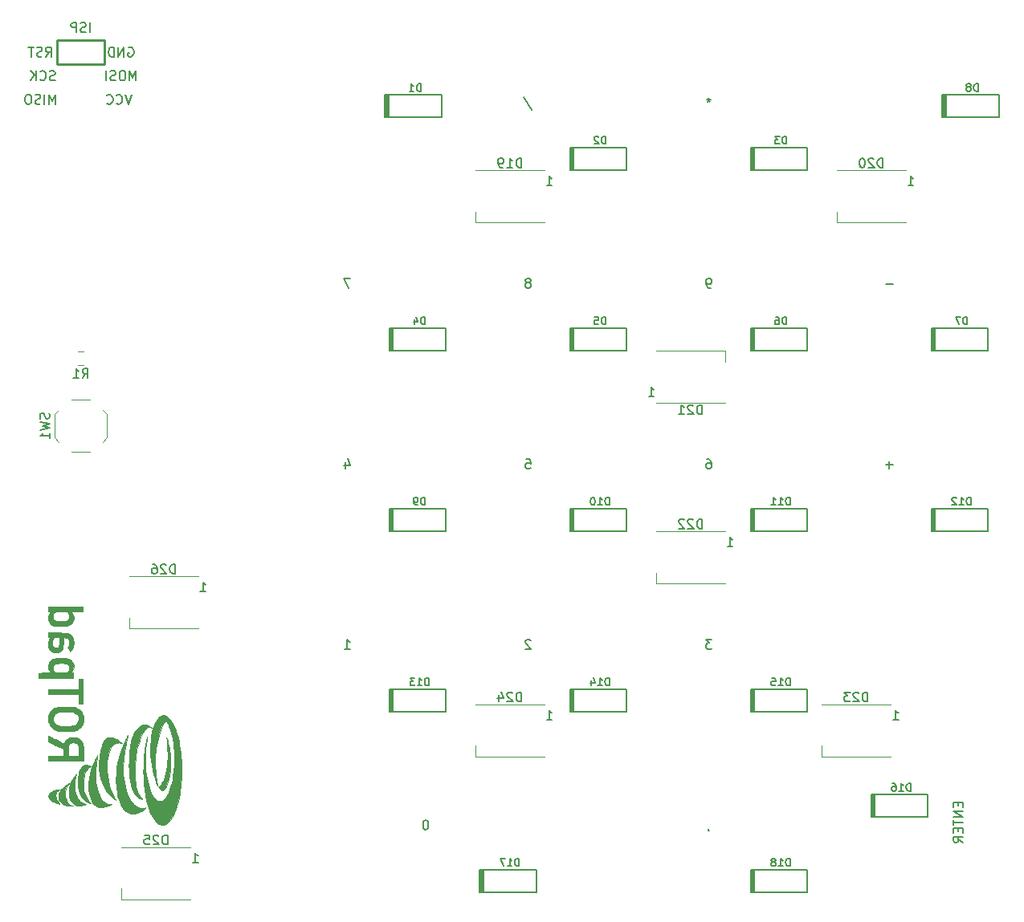
<source format=gbr>
G04 #@! TF.GenerationSoftware,KiCad,Pcbnew,(5.1.9)-1*
G04 #@! TF.CreationDate,2021-05-12T14:45:45+02:00*
G04 #@! TF.ProjectId,RotPad,526f7450-6164-42e6-9b69-6361645f7063,rev?*
G04 #@! TF.SameCoordinates,Original*
G04 #@! TF.FileFunction,Legend,Bot*
G04 #@! TF.FilePolarity,Positive*
%FSLAX46Y46*%
G04 Gerber Fmt 4.6, Leading zero omitted, Abs format (unit mm)*
G04 Created by KiCad (PCBNEW (5.1.9)-1) date 2021-05-12 14:45:45*
%MOMM*%
%LPD*%
G01*
G04 APERTURE LIST*
%ADD10C,0.010000*%
%ADD11C,0.120000*%
%ADD12C,0.200000*%
%ADD13C,0.250000*%
%ADD14C,0.150000*%
G04 APERTURE END LIST*
D10*
G36*
X75338901Y-129847468D02*
G01*
X75334968Y-129791873D01*
X75305540Y-129481511D01*
X75264552Y-129166255D01*
X75213741Y-128855209D01*
X75154844Y-128557480D01*
X75089598Y-128282173D01*
X75019739Y-128038393D01*
X74975936Y-127909964D01*
X74916551Y-127748328D01*
X74929933Y-127875328D01*
X74981244Y-128432023D01*
X75013621Y-128951800D01*
X75027101Y-129439845D01*
X75021718Y-129901345D01*
X74997509Y-130341488D01*
X74954507Y-130765461D01*
X74949895Y-130801630D01*
X74887454Y-131202375D01*
X74809075Y-131565680D01*
X74715187Y-131890511D01*
X74606220Y-132175834D01*
X74482606Y-132420617D01*
X74344774Y-132623826D01*
X74193156Y-132784427D01*
X74091200Y-132862964D01*
X74039370Y-132897600D01*
X74106520Y-133014148D01*
X74164119Y-133099004D01*
X74234392Y-133182589D01*
X74268307Y-133216194D01*
X74333233Y-133268688D01*
X74389056Y-133294254D01*
X74456024Y-133301616D01*
X74466718Y-133301691D01*
X74554452Y-133288002D01*
X74635085Y-133244344D01*
X74712520Y-133166834D01*
X74790664Y-133051586D01*
X74871238Y-132899227D01*
X74978547Y-132645403D01*
X75074496Y-132353671D01*
X75158023Y-132031142D01*
X75228067Y-131684928D01*
X75283567Y-131322140D01*
X75323462Y-130949889D01*
X75346690Y-130575286D01*
X75352190Y-130205442D01*
X75338901Y-129847468D01*
G37*
X75338901Y-129847468D02*
X75334968Y-129791873D01*
X75305540Y-129481511D01*
X75264552Y-129166255D01*
X75213741Y-128855209D01*
X75154844Y-128557480D01*
X75089598Y-128282173D01*
X75019739Y-128038393D01*
X74975936Y-127909964D01*
X74916551Y-127748328D01*
X74929933Y-127875328D01*
X74981244Y-128432023D01*
X75013621Y-128951800D01*
X75027101Y-129439845D01*
X75021718Y-129901345D01*
X74997509Y-130341488D01*
X74954507Y-130765461D01*
X74949895Y-130801630D01*
X74887454Y-131202375D01*
X74809075Y-131565680D01*
X74715187Y-131890511D01*
X74606220Y-132175834D01*
X74482606Y-132420617D01*
X74344774Y-132623826D01*
X74193156Y-132784427D01*
X74091200Y-132862964D01*
X74039370Y-132897600D01*
X74106520Y-133014148D01*
X74164119Y-133099004D01*
X74234392Y-133182589D01*
X74268307Y-133216194D01*
X74333233Y-133268688D01*
X74389056Y-133294254D01*
X74456024Y-133301616D01*
X74466718Y-133301691D01*
X74554452Y-133288002D01*
X74635085Y-133244344D01*
X74712520Y-133166834D01*
X74790664Y-133051586D01*
X74871238Y-132899227D01*
X74978547Y-132645403D01*
X75074496Y-132353671D01*
X75158023Y-132031142D01*
X75228067Y-131684928D01*
X75283567Y-131322140D01*
X75323462Y-130949889D01*
X75346690Y-130575286D01*
X75352190Y-130205442D01*
X75338901Y-129847468D01*
G36*
X76490877Y-130662744D02*
G01*
X76474720Y-130194915D01*
X76446275Y-129752533D01*
X76404640Y-129325833D01*
X76348914Y-128905051D01*
X76278197Y-128480421D01*
X76220380Y-128181006D01*
X76124687Y-127755347D01*
X76016492Y-127357189D01*
X75896834Y-126988611D01*
X75766755Y-126651690D01*
X75627294Y-126348502D01*
X75479491Y-126081125D01*
X75324387Y-125851636D01*
X75163020Y-125662112D01*
X74996431Y-125514631D01*
X74836173Y-125416271D01*
X74743465Y-125375561D01*
X74652677Y-125342574D01*
X74582720Y-125324141D01*
X74579966Y-125323702D01*
X74527314Y-125318996D01*
X74481583Y-125326502D01*
X74429127Y-125351104D01*
X74356303Y-125397684D01*
X74337512Y-125410464D01*
X74167111Y-125551246D01*
X74004548Y-125733637D01*
X73852451Y-125953358D01*
X73713451Y-126206132D01*
X73590175Y-126487680D01*
X73485255Y-126793724D01*
X73483301Y-126800271D01*
X73381506Y-127202599D01*
X73304421Y-127637816D01*
X73251701Y-128100016D01*
X73223004Y-128583290D01*
X73217984Y-129081732D01*
X73236298Y-129589435D01*
X73277603Y-130100494D01*
X73341554Y-130608999D01*
X73427807Y-131109046D01*
X73536020Y-131594727D01*
X73665847Y-132060135D01*
X73814718Y-132493510D01*
X73859656Y-132607830D01*
X73896775Y-132694571D01*
X73924275Y-132750341D01*
X73940353Y-132771751D01*
X73943208Y-132755412D01*
X73937452Y-132724419D01*
X73929714Y-132681337D01*
X73917333Y-132602443D01*
X73901807Y-132497693D01*
X73884637Y-132377048D01*
X73878373Y-132331873D01*
X73815784Y-131822101D01*
X73768949Y-131319596D01*
X73738064Y-130830391D01*
X73723327Y-130360519D01*
X73724935Y-129916013D01*
X73743086Y-129502907D01*
X73774474Y-129156545D01*
X73819516Y-128821327D01*
X73876094Y-128482126D01*
X73942648Y-128144730D01*
X74017618Y-127814928D01*
X74099445Y-127498507D01*
X74186567Y-127201258D01*
X74277426Y-126928969D01*
X74370461Y-126687428D01*
X74464111Y-126482425D01*
X74525391Y-126370133D01*
X74583616Y-126280684D01*
X74651016Y-126190320D01*
X74720453Y-126107170D01*
X74784789Y-126039363D01*
X74836887Y-125995029D01*
X74866274Y-125981873D01*
X74897950Y-126002586D01*
X74942095Y-126060603D01*
X74995626Y-126149747D01*
X75055462Y-126263838D01*
X75118518Y-126396696D01*
X75181713Y-126542142D01*
X75241963Y-126693998D01*
X75293695Y-126838653D01*
X75426174Y-127285823D01*
X75535885Y-127772100D01*
X75622608Y-128296291D01*
X75686124Y-128857199D01*
X75703431Y-129070128D01*
X75712353Y-129232614D01*
X75718336Y-129429287D01*
X75721514Y-129651752D01*
X75722018Y-129891619D01*
X75719980Y-130140493D01*
X75715533Y-130389982D01*
X75708809Y-130631694D01*
X75699941Y-130857236D01*
X75689061Y-131058214D01*
X75676301Y-131226236D01*
X75668204Y-131304328D01*
X75606596Y-131755585D01*
X75532268Y-132178018D01*
X75445914Y-132569881D01*
X75348224Y-132929432D01*
X75239892Y-133254927D01*
X75121611Y-133544623D01*
X74994071Y-133796775D01*
X74857966Y-134009641D01*
X74713989Y-134181477D01*
X74562831Y-134310538D01*
X74448120Y-134376848D01*
X74293518Y-134426406D01*
X74141113Y-134431426D01*
X73991713Y-134393528D01*
X73846122Y-134314337D01*
X73705148Y-134195472D01*
X73569596Y-134038558D01*
X73440272Y-133845215D01*
X73317983Y-133617066D01*
X73203534Y-133355733D01*
X73097732Y-133062838D01*
X73001383Y-132740004D01*
X72915292Y-132388851D01*
X72840266Y-132011003D01*
X72777111Y-131608082D01*
X72726633Y-131181709D01*
X72698162Y-130855366D01*
X72689764Y-130702855D01*
X72684142Y-130514727D01*
X72681167Y-130299441D01*
X72680707Y-130065460D01*
X72682631Y-129821243D01*
X72686809Y-129575250D01*
X72693110Y-129335943D01*
X72701402Y-129111781D01*
X72711555Y-128911225D01*
X72723438Y-128742737D01*
X72732239Y-128652554D01*
X72748888Y-128515562D01*
X72769235Y-128362672D01*
X72791784Y-128203781D01*
X72815040Y-128048790D01*
X72837508Y-127907595D01*
X72857694Y-127790097D01*
X72874101Y-127706193D01*
X72877271Y-127692321D01*
X72883155Y-127653387D01*
X72877351Y-127645686D01*
X72865113Y-127674685D01*
X72846042Y-127741806D01*
X72821744Y-127839764D01*
X72793820Y-127961277D01*
X72763877Y-128099060D01*
X72733517Y-128245830D01*
X72704345Y-128394304D01*
X72677965Y-128537198D01*
X72666591Y-128602691D01*
X72618234Y-128917145D01*
X72574073Y-129261082D01*
X72535965Y-129617864D01*
X72505767Y-129970852D01*
X72493364Y-130154663D01*
X72487790Y-130274298D01*
X72483080Y-130429194D01*
X72479275Y-130610940D01*
X72476415Y-130811124D01*
X72474541Y-131021334D01*
X72473692Y-131233160D01*
X72473909Y-131438188D01*
X72475232Y-131628009D01*
X72477701Y-131794211D01*
X72481357Y-131928381D01*
X72484543Y-131997055D01*
X72534593Y-132650220D01*
X72604866Y-133263736D01*
X72695705Y-133839639D01*
X72807455Y-134379965D01*
X72940459Y-134886751D01*
X73012223Y-135119531D01*
X73145186Y-135494351D01*
X73288042Y-135829499D01*
X73440151Y-136123996D01*
X73600872Y-136376862D01*
X73769564Y-136587120D01*
X73945588Y-136753790D01*
X74128301Y-136875894D01*
X74178082Y-136900807D01*
X74344402Y-136953433D01*
X74520120Y-136962884D01*
X74698641Y-136929309D01*
X74808743Y-136886527D01*
X74986363Y-136779191D01*
X75158372Y-136627747D01*
X75323935Y-136434017D01*
X75482217Y-136199829D01*
X75632381Y-135927005D01*
X75773592Y-135617373D01*
X75905015Y-135272755D01*
X76025814Y-134894979D01*
X76135154Y-134485867D01*
X76232198Y-134047246D01*
X76312764Y-133601665D01*
X76368468Y-133232686D01*
X76412929Y-132877333D01*
X76446959Y-132524783D01*
X76471371Y-132164212D01*
X76486977Y-131784798D01*
X76494590Y-131375719D01*
X76495644Y-131165782D01*
X76490877Y-130662744D01*
G37*
X76490877Y-130662744D02*
X76474720Y-130194915D01*
X76446275Y-129752533D01*
X76404640Y-129325833D01*
X76348914Y-128905051D01*
X76278197Y-128480421D01*
X76220380Y-128181006D01*
X76124687Y-127755347D01*
X76016492Y-127357189D01*
X75896834Y-126988611D01*
X75766755Y-126651690D01*
X75627294Y-126348502D01*
X75479491Y-126081125D01*
X75324387Y-125851636D01*
X75163020Y-125662112D01*
X74996431Y-125514631D01*
X74836173Y-125416271D01*
X74743465Y-125375561D01*
X74652677Y-125342574D01*
X74582720Y-125324141D01*
X74579966Y-125323702D01*
X74527314Y-125318996D01*
X74481583Y-125326502D01*
X74429127Y-125351104D01*
X74356303Y-125397684D01*
X74337512Y-125410464D01*
X74167111Y-125551246D01*
X74004548Y-125733637D01*
X73852451Y-125953358D01*
X73713451Y-126206132D01*
X73590175Y-126487680D01*
X73485255Y-126793724D01*
X73483301Y-126800271D01*
X73381506Y-127202599D01*
X73304421Y-127637816D01*
X73251701Y-128100016D01*
X73223004Y-128583290D01*
X73217984Y-129081732D01*
X73236298Y-129589435D01*
X73277603Y-130100494D01*
X73341554Y-130608999D01*
X73427807Y-131109046D01*
X73536020Y-131594727D01*
X73665847Y-132060135D01*
X73814718Y-132493510D01*
X73859656Y-132607830D01*
X73896775Y-132694571D01*
X73924275Y-132750341D01*
X73940353Y-132771751D01*
X73943208Y-132755412D01*
X73937452Y-132724419D01*
X73929714Y-132681337D01*
X73917333Y-132602443D01*
X73901807Y-132497693D01*
X73884637Y-132377048D01*
X73878373Y-132331873D01*
X73815784Y-131822101D01*
X73768949Y-131319596D01*
X73738064Y-130830391D01*
X73723327Y-130360519D01*
X73724935Y-129916013D01*
X73743086Y-129502907D01*
X73774474Y-129156545D01*
X73819516Y-128821327D01*
X73876094Y-128482126D01*
X73942648Y-128144730D01*
X74017618Y-127814928D01*
X74099445Y-127498507D01*
X74186567Y-127201258D01*
X74277426Y-126928969D01*
X74370461Y-126687428D01*
X74464111Y-126482425D01*
X74525391Y-126370133D01*
X74583616Y-126280684D01*
X74651016Y-126190320D01*
X74720453Y-126107170D01*
X74784789Y-126039363D01*
X74836887Y-125995029D01*
X74866274Y-125981873D01*
X74897950Y-126002586D01*
X74942095Y-126060603D01*
X74995626Y-126149747D01*
X75055462Y-126263838D01*
X75118518Y-126396696D01*
X75181713Y-126542142D01*
X75241963Y-126693998D01*
X75293695Y-126838653D01*
X75426174Y-127285823D01*
X75535885Y-127772100D01*
X75622608Y-128296291D01*
X75686124Y-128857199D01*
X75703431Y-129070128D01*
X75712353Y-129232614D01*
X75718336Y-129429287D01*
X75721514Y-129651752D01*
X75722018Y-129891619D01*
X75719980Y-130140493D01*
X75715533Y-130389982D01*
X75708809Y-130631694D01*
X75699941Y-130857236D01*
X75689061Y-131058214D01*
X75676301Y-131226236D01*
X75668204Y-131304328D01*
X75606596Y-131755585D01*
X75532268Y-132178018D01*
X75445914Y-132569881D01*
X75348224Y-132929432D01*
X75239892Y-133254927D01*
X75121611Y-133544623D01*
X74994071Y-133796775D01*
X74857966Y-134009641D01*
X74713989Y-134181477D01*
X74562831Y-134310538D01*
X74448120Y-134376848D01*
X74293518Y-134426406D01*
X74141113Y-134431426D01*
X73991713Y-134393528D01*
X73846122Y-134314337D01*
X73705148Y-134195472D01*
X73569596Y-134038558D01*
X73440272Y-133845215D01*
X73317983Y-133617066D01*
X73203534Y-133355733D01*
X73097732Y-133062838D01*
X73001383Y-132740004D01*
X72915292Y-132388851D01*
X72840266Y-132011003D01*
X72777111Y-131608082D01*
X72726633Y-131181709D01*
X72698162Y-130855366D01*
X72689764Y-130702855D01*
X72684142Y-130514727D01*
X72681167Y-130299441D01*
X72680707Y-130065460D01*
X72682631Y-129821243D01*
X72686809Y-129575250D01*
X72693110Y-129335943D01*
X72701402Y-129111781D01*
X72711555Y-128911225D01*
X72723438Y-128742737D01*
X72732239Y-128652554D01*
X72748888Y-128515562D01*
X72769235Y-128362672D01*
X72791784Y-128203781D01*
X72815040Y-128048790D01*
X72837508Y-127907595D01*
X72857694Y-127790097D01*
X72874101Y-127706193D01*
X72877271Y-127692321D01*
X72883155Y-127653387D01*
X72877351Y-127645686D01*
X72865113Y-127674685D01*
X72846042Y-127741806D01*
X72821744Y-127839764D01*
X72793820Y-127961277D01*
X72763877Y-128099060D01*
X72733517Y-128245830D01*
X72704345Y-128394304D01*
X72677965Y-128537198D01*
X72666591Y-128602691D01*
X72618234Y-128917145D01*
X72574073Y-129261082D01*
X72535965Y-129617864D01*
X72505767Y-129970852D01*
X72493364Y-130154663D01*
X72487790Y-130274298D01*
X72483080Y-130429194D01*
X72479275Y-130610940D01*
X72476415Y-130811124D01*
X72474541Y-131021334D01*
X72473692Y-131233160D01*
X72473909Y-131438188D01*
X72475232Y-131628009D01*
X72477701Y-131794211D01*
X72481357Y-131928381D01*
X72484543Y-131997055D01*
X72534593Y-132650220D01*
X72604866Y-133263736D01*
X72695705Y-133839639D01*
X72807455Y-134379965D01*
X72940459Y-134886751D01*
X73012223Y-135119531D01*
X73145186Y-135494351D01*
X73288042Y-135829499D01*
X73440151Y-136123996D01*
X73600872Y-136376862D01*
X73769564Y-136587120D01*
X73945588Y-136753790D01*
X74128301Y-136875894D01*
X74178082Y-136900807D01*
X74344402Y-136953433D01*
X74520120Y-136962884D01*
X74698641Y-136929309D01*
X74808743Y-136886527D01*
X74986363Y-136779191D01*
X75158372Y-136627747D01*
X75323935Y-136434017D01*
X75482217Y-136199829D01*
X75632381Y-135927005D01*
X75773592Y-135617373D01*
X75905015Y-135272755D01*
X76025814Y-134894979D01*
X76135154Y-134485867D01*
X76232198Y-134047246D01*
X76312764Y-133601665D01*
X76368468Y-133232686D01*
X76412929Y-132877333D01*
X76446959Y-132524783D01*
X76471371Y-132164212D01*
X76486977Y-131784798D01*
X76494590Y-131375719D01*
X76495644Y-131165782D01*
X76490877Y-130662744D01*
G36*
X73351411Y-126705511D02*
G01*
X73302186Y-126651702D01*
X73231585Y-126590569D01*
X73148969Y-126529905D01*
X73063699Y-126477503D01*
X73027029Y-126458729D01*
X72953363Y-126425543D01*
X72891799Y-126404313D01*
X72827929Y-126392400D01*
X72747344Y-126387164D01*
X72635636Y-126385965D01*
X72629793Y-126385964D01*
X72518803Y-126386769D01*
X72439227Y-126391245D01*
X72376303Y-126402483D01*
X72315267Y-126423576D01*
X72241356Y-126457615D01*
X72206968Y-126474516D01*
X72011766Y-126595926D01*
X71832929Y-126759236D01*
X71670334Y-126964677D01*
X71523858Y-127212484D01*
X71393379Y-127502890D01*
X71278775Y-127836127D01*
X71179921Y-128212430D01*
X71109182Y-128560777D01*
X71062549Y-128861222D01*
X71023260Y-129197378D01*
X70991790Y-129559288D01*
X70968614Y-129936997D01*
X70954205Y-130320547D01*
X70949038Y-130699982D01*
X70953586Y-131065346D01*
X70968324Y-131406681D01*
X70971391Y-131454419D01*
X71013720Y-131915929D01*
X71075918Y-132337371D01*
X71157891Y-132718442D01*
X71259546Y-133058838D01*
X71380787Y-133358254D01*
X71521520Y-133616386D01*
X71681651Y-133832932D01*
X71723044Y-133878772D01*
X71882842Y-134026466D01*
X72046081Y-134134471D01*
X72208712Y-134200356D01*
X72284627Y-134216200D01*
X72388536Y-134231009D01*
X72269596Y-134106941D01*
X72116033Y-133920100D01*
X71981910Y-133699335D01*
X71866050Y-133442099D01*
X71767277Y-133145844D01*
X71696754Y-132865429D01*
X71636983Y-132533642D01*
X71594871Y-132165708D01*
X71570137Y-131768034D01*
X71562503Y-131347028D01*
X71571688Y-130909098D01*
X71597412Y-130460652D01*
X71639395Y-130008096D01*
X71697357Y-129557840D01*
X71771017Y-129116291D01*
X71860096Y-128689856D01*
X71883573Y-128591146D01*
X71967077Y-128284838D01*
X72064529Y-127990373D01*
X72173519Y-127712503D01*
X72291637Y-127455979D01*
X72416473Y-127225554D01*
X72545617Y-127025980D01*
X72676660Y-126862010D01*
X72807192Y-126738394D01*
X72832982Y-126718963D01*
X72954989Y-126654734D01*
X73077777Y-126636415D01*
X73199737Y-126664060D01*
X73273450Y-126703792D01*
X73327863Y-126735690D01*
X73362838Y-126748300D01*
X73369900Y-126744201D01*
X73351411Y-126705511D01*
G37*
X73351411Y-126705511D02*
X73302186Y-126651702D01*
X73231585Y-126590569D01*
X73148969Y-126529905D01*
X73063699Y-126477503D01*
X73027029Y-126458729D01*
X72953363Y-126425543D01*
X72891799Y-126404313D01*
X72827929Y-126392400D01*
X72747344Y-126387164D01*
X72635636Y-126385965D01*
X72629793Y-126385964D01*
X72518803Y-126386769D01*
X72439227Y-126391245D01*
X72376303Y-126402483D01*
X72315267Y-126423576D01*
X72241356Y-126457615D01*
X72206968Y-126474516D01*
X72011766Y-126595926D01*
X71832929Y-126759236D01*
X71670334Y-126964677D01*
X71523858Y-127212484D01*
X71393379Y-127502890D01*
X71278775Y-127836127D01*
X71179921Y-128212430D01*
X71109182Y-128560777D01*
X71062549Y-128861222D01*
X71023260Y-129197378D01*
X70991790Y-129559288D01*
X70968614Y-129936997D01*
X70954205Y-130320547D01*
X70949038Y-130699982D01*
X70953586Y-131065346D01*
X70968324Y-131406681D01*
X70971391Y-131454419D01*
X71013720Y-131915929D01*
X71075918Y-132337371D01*
X71157891Y-132718442D01*
X71259546Y-133058838D01*
X71380787Y-133358254D01*
X71521520Y-133616386D01*
X71681651Y-133832932D01*
X71723044Y-133878772D01*
X71882842Y-134026466D01*
X72046081Y-134134471D01*
X72208712Y-134200356D01*
X72284627Y-134216200D01*
X72388536Y-134231009D01*
X72269596Y-134106941D01*
X72116033Y-133920100D01*
X71981910Y-133699335D01*
X71866050Y-133442099D01*
X71767277Y-133145844D01*
X71696754Y-132865429D01*
X71636983Y-132533642D01*
X71594871Y-132165708D01*
X71570137Y-131768034D01*
X71562503Y-131347028D01*
X71571688Y-130909098D01*
X71597412Y-130460652D01*
X71639395Y-130008096D01*
X71697357Y-129557840D01*
X71771017Y-129116291D01*
X71860096Y-128689856D01*
X71883573Y-128591146D01*
X71967077Y-128284838D01*
X72064529Y-127990373D01*
X72173519Y-127712503D01*
X72291637Y-127455979D01*
X72416473Y-127225554D01*
X72545617Y-127025980D01*
X72676660Y-126862010D01*
X72807192Y-126738394D01*
X72832982Y-126718963D01*
X72954989Y-126654734D01*
X73077777Y-126636415D01*
X73199737Y-126664060D01*
X73273450Y-126703792D01*
X73327863Y-126735690D01*
X73362838Y-126748300D01*
X73369900Y-126744201D01*
X73351411Y-126705511D01*
G36*
X72671629Y-135127626D02*
G01*
X72604046Y-135135550D01*
X72544639Y-135146468D01*
X72321500Y-135166807D01*
X72100820Y-135141770D01*
X71884873Y-135072164D01*
X71675936Y-134958797D01*
X71476283Y-134802473D01*
X71418631Y-134747413D01*
X71296509Y-134618293D01*
X71191641Y-134489260D01*
X71096287Y-134349009D01*
X71002707Y-134186232D01*
X70911090Y-134005964D01*
X70767115Y-133673946D01*
X70639782Y-133306613D01*
X70531206Y-132912487D01*
X70443499Y-132500090D01*
X70378775Y-132077943D01*
X70343298Y-131716294D01*
X70329105Y-131378821D01*
X70331679Y-131004448D01*
X70350391Y-130599053D01*
X70384609Y-130168516D01*
X70433706Y-129718716D01*
X70497050Y-129255532D01*
X70574011Y-128784843D01*
X70663960Y-128312529D01*
X70751122Y-127909964D01*
X70779587Y-127786242D01*
X70805226Y-127675756D01*
X70825909Y-127587617D01*
X70839504Y-127530936D01*
X70842930Y-127517419D01*
X70850315Y-127485493D01*
X70840807Y-127490119D01*
X70819128Y-127516637D01*
X70768264Y-127592456D01*
X70705134Y-127706074D01*
X70632307Y-127851555D01*
X70552353Y-128022962D01*
X70467841Y-128214360D01*
X70381340Y-128419814D01*
X70295420Y-128633387D01*
X70212651Y-128849144D01*
X70135601Y-129061149D01*
X70079116Y-129226146D01*
X69894990Y-129839477D01*
X69754061Y-130439260D01*
X69656007Y-131027403D01*
X69600506Y-131605814D01*
X69586873Y-132145082D01*
X69588579Y-132284715D01*
X69590853Y-132414822D01*
X69593472Y-132525622D01*
X69596212Y-132607339D01*
X69598210Y-132643600D01*
X69640774Y-133081286D01*
X69694830Y-133477721D01*
X69761217Y-133836589D01*
X69840770Y-134161576D01*
X69934327Y-134456365D01*
X70042724Y-134724643D01*
X70096335Y-134837237D01*
X70243240Y-135091971D01*
X70409470Y-135308444D01*
X70593452Y-135485288D01*
X70793609Y-135621136D01*
X71008367Y-135714619D01*
X71148992Y-135750866D01*
X71355313Y-135769882D01*
X71578169Y-135753603D01*
X71808281Y-135705028D01*
X72036370Y-135627155D01*
X72253158Y-135522982D01*
X72449367Y-135395509D01*
X72573072Y-135290615D01*
X72651600Y-135213345D01*
X72694684Y-135162863D01*
X72701601Y-135135510D01*
X72671629Y-135127626D01*
G37*
X72671629Y-135127626D02*
X72604046Y-135135550D01*
X72544639Y-135146468D01*
X72321500Y-135166807D01*
X72100820Y-135141770D01*
X71884873Y-135072164D01*
X71675936Y-134958797D01*
X71476283Y-134802473D01*
X71418631Y-134747413D01*
X71296509Y-134618293D01*
X71191641Y-134489260D01*
X71096287Y-134349009D01*
X71002707Y-134186232D01*
X70911090Y-134005964D01*
X70767115Y-133673946D01*
X70639782Y-133306613D01*
X70531206Y-132912487D01*
X70443499Y-132500090D01*
X70378775Y-132077943D01*
X70343298Y-131716294D01*
X70329105Y-131378821D01*
X70331679Y-131004448D01*
X70350391Y-130599053D01*
X70384609Y-130168516D01*
X70433706Y-129718716D01*
X70497050Y-129255532D01*
X70574011Y-128784843D01*
X70663960Y-128312529D01*
X70751122Y-127909964D01*
X70779587Y-127786242D01*
X70805226Y-127675756D01*
X70825909Y-127587617D01*
X70839504Y-127530936D01*
X70842930Y-127517419D01*
X70850315Y-127485493D01*
X70840807Y-127490119D01*
X70819128Y-127516637D01*
X70768264Y-127592456D01*
X70705134Y-127706074D01*
X70632307Y-127851555D01*
X70552353Y-128022962D01*
X70467841Y-128214360D01*
X70381340Y-128419814D01*
X70295420Y-128633387D01*
X70212651Y-128849144D01*
X70135601Y-129061149D01*
X70079116Y-129226146D01*
X69894990Y-129839477D01*
X69754061Y-130439260D01*
X69656007Y-131027403D01*
X69600506Y-131605814D01*
X69586873Y-132145082D01*
X69588579Y-132284715D01*
X69590853Y-132414822D01*
X69593472Y-132525622D01*
X69596212Y-132607339D01*
X69598210Y-132643600D01*
X69640774Y-133081286D01*
X69694830Y-133477721D01*
X69761217Y-133836589D01*
X69840770Y-134161576D01*
X69934327Y-134456365D01*
X70042724Y-134724643D01*
X70096335Y-134837237D01*
X70243240Y-135091971D01*
X70409470Y-135308444D01*
X70593452Y-135485288D01*
X70793609Y-135621136D01*
X71008367Y-135714619D01*
X71148992Y-135750866D01*
X71355313Y-135769882D01*
X71578169Y-135753603D01*
X71808281Y-135705028D01*
X72036370Y-135627155D01*
X72253158Y-135522982D01*
X72449367Y-135395509D01*
X72573072Y-135290615D01*
X72651600Y-135213345D01*
X72694684Y-135162863D01*
X72701601Y-135135510D01*
X72671629Y-135127626D01*
G36*
X70187144Y-128294487D02*
G01*
X70139704Y-128251136D01*
X70071262Y-128194173D01*
X69990073Y-128130261D01*
X69904394Y-128066059D01*
X69822482Y-128008229D01*
X69818716Y-128005680D01*
X69695840Y-127930279D01*
X69555406Y-127856153D01*
X69411948Y-127790097D01*
X69279996Y-127738906D01*
X69193806Y-127713525D01*
X69060111Y-127695000D01*
X68915558Y-127695431D01*
X68777048Y-127713461D01*
X68661480Y-127747733D01*
X68639423Y-127758025D01*
X68509685Y-127847026D01*
X68387648Y-127974325D01*
X68280570Y-128132040D01*
X68259416Y-128170655D01*
X68201911Y-128298571D01*
X68142175Y-128465102D01*
X68082043Y-128662857D01*
X68023350Y-128884447D01*
X67967929Y-129122485D01*
X67917617Y-129369581D01*
X67874247Y-129618345D01*
X67839685Y-129861146D01*
X67827021Y-129985235D01*
X67815647Y-130138707D01*
X67805933Y-130310998D01*
X67798253Y-130491544D01*
X67792978Y-130669780D01*
X67790480Y-130835141D01*
X67791132Y-130977063D01*
X67795306Y-131084981D01*
X67796171Y-131096510D01*
X67854561Y-131570743D01*
X67950519Y-132018313D01*
X68084010Y-132439137D01*
X68254998Y-132833133D01*
X68463445Y-133200220D01*
X68709317Y-133540316D01*
X68992576Y-133853339D01*
X69031675Y-133891587D01*
X69123148Y-133976360D01*
X69221212Y-134061420D01*
X69318543Y-134141055D01*
X69407817Y-134209552D01*
X69481712Y-134261200D01*
X69532902Y-134290286D01*
X69548396Y-134294601D01*
X69545695Y-134277124D01*
X69523372Y-134232395D01*
X69502316Y-134196464D01*
X69468476Y-134137649D01*
X69420370Y-134049283D01*
X69364313Y-133943158D01*
X69306616Y-133831069D01*
X69304523Y-133826942D01*
X69084996Y-133343600D01*
X68906840Y-132842996D01*
X68770647Y-132329054D01*
X68677012Y-131805698D01*
X68626526Y-131276852D01*
X68619783Y-130746439D01*
X68657377Y-130218384D01*
X68706828Y-129872691D01*
X68778002Y-129525346D01*
X68864395Y-129221198D01*
X68966285Y-128959751D01*
X69083951Y-128740504D01*
X69217668Y-128562959D01*
X69367715Y-128426616D01*
X69534368Y-128330977D01*
X69572264Y-128315732D01*
X69724176Y-128278348D01*
X69891837Y-128269066D01*
X70053872Y-128288515D01*
X70098867Y-128300250D01*
X70160482Y-128316102D01*
X70198859Y-128320781D01*
X70205324Y-128317568D01*
X70187144Y-128294487D01*
G37*
X70187144Y-128294487D02*
X70139704Y-128251136D01*
X70071262Y-128194173D01*
X69990073Y-128130261D01*
X69904394Y-128066059D01*
X69822482Y-128008229D01*
X69818716Y-128005680D01*
X69695840Y-127930279D01*
X69555406Y-127856153D01*
X69411948Y-127790097D01*
X69279996Y-127738906D01*
X69193806Y-127713525D01*
X69060111Y-127695000D01*
X68915558Y-127695431D01*
X68777048Y-127713461D01*
X68661480Y-127747733D01*
X68639423Y-127758025D01*
X68509685Y-127847026D01*
X68387648Y-127974325D01*
X68280570Y-128132040D01*
X68259416Y-128170655D01*
X68201911Y-128298571D01*
X68142175Y-128465102D01*
X68082043Y-128662857D01*
X68023350Y-128884447D01*
X67967929Y-129122485D01*
X67917617Y-129369581D01*
X67874247Y-129618345D01*
X67839685Y-129861146D01*
X67827021Y-129985235D01*
X67815647Y-130138707D01*
X67805933Y-130310998D01*
X67798253Y-130491544D01*
X67792978Y-130669780D01*
X67790480Y-130835141D01*
X67791132Y-130977063D01*
X67795306Y-131084981D01*
X67796171Y-131096510D01*
X67854561Y-131570743D01*
X67950519Y-132018313D01*
X68084010Y-132439137D01*
X68254998Y-132833133D01*
X68463445Y-133200220D01*
X68709317Y-133540316D01*
X68992576Y-133853339D01*
X69031675Y-133891587D01*
X69123148Y-133976360D01*
X69221212Y-134061420D01*
X69318543Y-134141055D01*
X69407817Y-134209552D01*
X69481712Y-134261200D01*
X69532902Y-134290286D01*
X69548396Y-134294601D01*
X69545695Y-134277124D01*
X69523372Y-134232395D01*
X69502316Y-134196464D01*
X69468476Y-134137649D01*
X69420370Y-134049283D01*
X69364313Y-133943158D01*
X69306616Y-133831069D01*
X69304523Y-133826942D01*
X69084996Y-133343600D01*
X68906840Y-132842996D01*
X68770647Y-132329054D01*
X68677012Y-131805698D01*
X68626526Y-131276852D01*
X68619783Y-130746439D01*
X68657377Y-130218384D01*
X68706828Y-129872691D01*
X68778002Y-129525346D01*
X68864395Y-129221198D01*
X68966285Y-128959751D01*
X69083951Y-128740504D01*
X69217668Y-128562959D01*
X69367715Y-128426616D01*
X69534368Y-128330977D01*
X69572264Y-128315732D01*
X69724176Y-128278348D01*
X69891837Y-128269066D01*
X70053872Y-128288515D01*
X70098867Y-128300250D01*
X70160482Y-128316102D01*
X70198859Y-128320781D01*
X70205324Y-128317568D01*
X70187144Y-128294487D01*
G36*
X69123946Y-134739602D02*
G01*
X69080189Y-134741048D01*
X69050463Y-134744945D01*
X68886638Y-134747360D01*
X68713313Y-134711359D01*
X68540291Y-134640482D01*
X68377377Y-134538268D01*
X68300100Y-134474081D01*
X68129770Y-134290422D01*
X67974258Y-134065489D01*
X67834812Y-133802148D01*
X67712676Y-133503266D01*
X67609097Y-133171710D01*
X67525322Y-132810348D01*
X67489574Y-132608964D01*
X67476998Y-132522429D01*
X67467099Y-132433580D01*
X67459596Y-132335655D01*
X67454210Y-132221895D01*
X67450661Y-132085538D01*
X67448669Y-131919824D01*
X67447954Y-131717991D01*
X67447984Y-131604510D01*
X67449865Y-131321896D01*
X67455392Y-131075079D01*
X67465454Y-130853756D01*
X67480939Y-130647624D01*
X67502734Y-130446380D01*
X67531727Y-130239723D01*
X67568805Y-130017349D01*
X67598907Y-129852873D01*
X67617010Y-129751129D01*
X67629984Y-129667298D01*
X67636469Y-129610993D01*
X67635868Y-129591962D01*
X67620679Y-129605780D01*
X67589415Y-129654699D01*
X67545634Y-129732020D01*
X67492895Y-129831042D01*
X67434754Y-129945066D01*
X67374770Y-130067393D01*
X67316499Y-130191322D01*
X67309653Y-130206286D01*
X67118288Y-130664728D01*
X66956567Y-131133425D01*
X66827843Y-131601482D01*
X66735465Y-132058004D01*
X66730419Y-132089419D01*
X66718622Y-132186515D01*
X66707801Y-132316746D01*
X66698329Y-132469767D01*
X66690577Y-132635235D01*
X66684919Y-132802803D01*
X66681727Y-132962127D01*
X66681374Y-133102863D01*
X66684232Y-133214666D01*
X66688002Y-133267055D01*
X66734374Y-133573300D01*
X66806823Y-133879009D01*
X66901236Y-134169305D01*
X67003999Y-134410055D01*
X67095346Y-134566526D01*
X67209883Y-134715095D01*
X67338071Y-134845596D01*
X67470373Y-134947866D01*
X67550991Y-134992969D01*
X67761422Y-135065891D01*
X67989451Y-135097341D01*
X68232788Y-135087526D01*
X68489143Y-135036654D01*
X68756227Y-134944933D01*
X68924900Y-134868289D01*
X69034091Y-134812687D01*
X69102557Y-134773791D01*
X69131955Y-134749973D01*
X69123946Y-134739602D01*
G37*
X69123946Y-134739602D02*
X69080189Y-134741048D01*
X69050463Y-134744945D01*
X68886638Y-134747360D01*
X68713313Y-134711359D01*
X68540291Y-134640482D01*
X68377377Y-134538268D01*
X68300100Y-134474081D01*
X68129770Y-134290422D01*
X67974258Y-134065489D01*
X67834812Y-133802148D01*
X67712676Y-133503266D01*
X67609097Y-133171710D01*
X67525322Y-132810348D01*
X67489574Y-132608964D01*
X67476998Y-132522429D01*
X67467099Y-132433580D01*
X67459596Y-132335655D01*
X67454210Y-132221895D01*
X67450661Y-132085538D01*
X67448669Y-131919824D01*
X67447954Y-131717991D01*
X67447984Y-131604510D01*
X67449865Y-131321896D01*
X67455392Y-131075079D01*
X67465454Y-130853756D01*
X67480939Y-130647624D01*
X67502734Y-130446380D01*
X67531727Y-130239723D01*
X67568805Y-130017349D01*
X67598907Y-129852873D01*
X67617010Y-129751129D01*
X67629984Y-129667298D01*
X67636469Y-129610993D01*
X67635868Y-129591962D01*
X67620679Y-129605780D01*
X67589415Y-129654699D01*
X67545634Y-129732020D01*
X67492895Y-129831042D01*
X67434754Y-129945066D01*
X67374770Y-130067393D01*
X67316499Y-130191322D01*
X67309653Y-130206286D01*
X67118288Y-130664728D01*
X66956567Y-131133425D01*
X66827843Y-131601482D01*
X66735465Y-132058004D01*
X66730419Y-132089419D01*
X66718622Y-132186515D01*
X66707801Y-132316746D01*
X66698329Y-132469767D01*
X66690577Y-132635235D01*
X66684919Y-132802803D01*
X66681727Y-132962127D01*
X66681374Y-133102863D01*
X66684232Y-133214666D01*
X66688002Y-133267055D01*
X66734374Y-133573300D01*
X66806823Y-133879009D01*
X66901236Y-134169305D01*
X67003999Y-134410055D01*
X67095346Y-134566526D01*
X67209883Y-134715095D01*
X67338071Y-134845596D01*
X67470373Y-134947866D01*
X67550991Y-134992969D01*
X67761422Y-135065891D01*
X67989451Y-135097341D01*
X68232788Y-135087526D01*
X68489143Y-135036654D01*
X68756227Y-134944933D01*
X68924900Y-134868289D01*
X69034091Y-134812687D01*
X69102557Y-134773791D01*
X69131955Y-134749973D01*
X69123946Y-134739602D01*
G36*
X66822358Y-130720478D02*
G01*
X66712310Y-130672142D01*
X66594162Y-130632662D01*
X66485219Y-130607180D01*
X66417955Y-130600329D01*
X66272768Y-130621646D01*
X66130846Y-130683682D01*
X66002906Y-130781580D01*
X65990313Y-130794159D01*
X65891940Y-130914335D01*
X65808449Y-131059679D01*
X65738349Y-131234464D01*
X65680148Y-131442963D01*
X65632353Y-131689447D01*
X65601919Y-131906038D01*
X65589234Y-132036533D01*
X65579366Y-132190939D01*
X65572554Y-132357697D01*
X65569034Y-132525245D01*
X65569045Y-132682024D01*
X65572824Y-132816475D01*
X65580608Y-132917036D01*
X65581071Y-132920691D01*
X65641951Y-133247060D01*
X65735893Y-133548725D01*
X65861248Y-133823259D01*
X66016365Y-134068233D01*
X66199594Y-134281218D01*
X66409285Y-134459786D01*
X66643787Y-134601509D01*
X66758397Y-134653197D01*
X66829022Y-134680205D01*
X66880427Y-134696677D01*
X66900060Y-134699228D01*
X66890814Y-134678583D01*
X66858983Y-134630976D01*
X66810792Y-134565543D01*
X66794821Y-134544765D01*
X66589161Y-134242275D01*
X66418207Y-133910421D01*
X66283002Y-133551449D01*
X66208637Y-133278600D01*
X66184813Y-133144867D01*
X66166138Y-132978254D01*
X66153129Y-132791831D01*
X66146305Y-132598670D01*
X66146183Y-132411839D01*
X66153282Y-132244409D01*
X66163518Y-132140470D01*
X66213299Y-131854683D01*
X66282031Y-131595866D01*
X66368135Y-131367145D01*
X66470029Y-131171645D01*
X66586135Y-131012492D01*
X66714872Y-130892811D01*
X66827719Y-130826775D01*
X66936544Y-130778637D01*
X66822358Y-130720478D01*
G37*
X66822358Y-130720478D02*
X66712310Y-130672142D01*
X66594162Y-130632662D01*
X66485219Y-130607180D01*
X66417955Y-130600329D01*
X66272768Y-130621646D01*
X66130846Y-130683682D01*
X66002906Y-130781580D01*
X65990313Y-130794159D01*
X65891940Y-130914335D01*
X65808449Y-131059679D01*
X65738349Y-131234464D01*
X65680148Y-131442963D01*
X65632353Y-131689447D01*
X65601919Y-131906038D01*
X65589234Y-132036533D01*
X65579366Y-132190939D01*
X65572554Y-132357697D01*
X65569034Y-132525245D01*
X65569045Y-132682024D01*
X65572824Y-132816475D01*
X65580608Y-132917036D01*
X65581071Y-132920691D01*
X65641951Y-133247060D01*
X65735893Y-133548725D01*
X65861248Y-133823259D01*
X66016365Y-134068233D01*
X66199594Y-134281218D01*
X66409285Y-134459786D01*
X66643787Y-134601509D01*
X66758397Y-134653197D01*
X66829022Y-134680205D01*
X66880427Y-134696677D01*
X66900060Y-134699228D01*
X66890814Y-134678583D01*
X66858983Y-134630976D01*
X66810792Y-134565543D01*
X66794821Y-134544765D01*
X66589161Y-134242275D01*
X66418207Y-133910421D01*
X66283002Y-133551449D01*
X66208637Y-133278600D01*
X66184813Y-133144867D01*
X66166138Y-132978254D01*
X66153129Y-132791831D01*
X66146305Y-132598670D01*
X66146183Y-132411839D01*
X66153282Y-132244409D01*
X66163518Y-132140470D01*
X66213299Y-131854683D01*
X66282031Y-131595866D01*
X66368135Y-131367145D01*
X66470029Y-131171645D01*
X66586135Y-131012492D01*
X66714872Y-130892811D01*
X66827719Y-130826775D01*
X66936544Y-130778637D01*
X66822358Y-130720478D01*
G36*
X66406292Y-134759203D02*
G01*
X66359576Y-134749264D01*
X66347480Y-134747394D01*
X66160345Y-134696114D01*
X65984429Y-134600225D01*
X65820013Y-134459989D01*
X65667377Y-134275664D01*
X65526804Y-134047510D01*
X65470472Y-133936691D01*
X65343278Y-133619307D01*
X65258031Y-133285070D01*
X65214891Y-132936799D01*
X65214022Y-132577310D01*
X65255584Y-132209419D01*
X65339740Y-131835942D01*
X65348059Y-131806799D01*
X65372396Y-131718239D01*
X65389213Y-131647959D01*
X65396094Y-131606535D01*
X65395307Y-131600129D01*
X65377356Y-131612051D01*
X65339352Y-131655242D01*
X65286613Y-131722384D01*
X65224457Y-131806155D01*
X65158200Y-131899237D01*
X65093162Y-131994310D01*
X65034658Y-132084055D01*
X64988996Y-132159419D01*
X64844716Y-132444229D01*
X64732519Y-132735618D01*
X64653989Y-133026870D01*
X64610713Y-133311272D01*
X64604276Y-133582107D01*
X64618068Y-133730483D01*
X64668796Y-133977595D01*
X64747066Y-134205666D01*
X64849825Y-134409594D01*
X64974017Y-134584273D01*
X65116588Y-134724597D01*
X65272872Y-134824683D01*
X65472146Y-134896135D01*
X65690181Y-134927129D01*
X65923327Y-134917589D01*
X66167932Y-134867434D01*
X66239793Y-134845509D01*
X66340433Y-134811473D01*
X66399726Y-134787569D01*
X66420677Y-134771059D01*
X66406292Y-134759203D01*
G37*
X66406292Y-134759203D02*
X66359576Y-134749264D01*
X66347480Y-134747394D01*
X66160345Y-134696114D01*
X65984429Y-134600225D01*
X65820013Y-134459989D01*
X65667377Y-134275664D01*
X65526804Y-134047510D01*
X65470472Y-133936691D01*
X65343278Y-133619307D01*
X65258031Y-133285070D01*
X65214891Y-132936799D01*
X65214022Y-132577310D01*
X65255584Y-132209419D01*
X65339740Y-131835942D01*
X65348059Y-131806799D01*
X65372396Y-131718239D01*
X65389213Y-131647959D01*
X65396094Y-131606535D01*
X65395307Y-131600129D01*
X65377356Y-131612051D01*
X65339352Y-131655242D01*
X65286613Y-131722384D01*
X65224457Y-131806155D01*
X65158200Y-131899237D01*
X65093162Y-131994310D01*
X65034658Y-132084055D01*
X64988996Y-132159419D01*
X64844716Y-132444229D01*
X64732519Y-132735618D01*
X64653989Y-133026870D01*
X64610713Y-133311272D01*
X64604276Y-133582107D01*
X64618068Y-133730483D01*
X64668796Y-133977595D01*
X64747066Y-134205666D01*
X64849825Y-134409594D01*
X64974017Y-134584273D01*
X65116588Y-134724597D01*
X65272872Y-134824683D01*
X65472146Y-134896135D01*
X65690181Y-134927129D01*
X65923327Y-134917589D01*
X66167932Y-134867434D01*
X66239793Y-134845509D01*
X66340433Y-134811473D01*
X66399726Y-134787569D01*
X66420677Y-134771059D01*
X66406292Y-134759203D01*
G36*
X64914108Y-134895492D02*
G01*
X64738083Y-134817319D01*
X64585163Y-134701210D01*
X64457059Y-134550154D01*
X64355482Y-134367142D01*
X64282144Y-134155164D01*
X64238756Y-133917212D01*
X64226702Y-133694237D01*
X64246395Y-133414283D01*
X64306142Y-133155912D01*
X64406942Y-132916056D01*
X64549798Y-132691648D01*
X64556761Y-132682478D01*
X64668259Y-132536627D01*
X64591398Y-132575536D01*
X64392272Y-132688714D01*
X64196093Y-132823001D01*
X64015274Y-132968883D01*
X63862232Y-133116844D01*
X63814504Y-133170963D01*
X63677050Y-133366156D01*
X63583181Y-133569851D01*
X63533692Y-133779539D01*
X63529378Y-133992713D01*
X63535882Y-134049294D01*
X63581435Y-134227896D01*
X63662508Y-134401869D01*
X63772066Y-134561051D01*
X63903071Y-134695283D01*
X64048487Y-134794403D01*
X64053748Y-134797110D01*
X64190354Y-134854122D01*
X64351509Y-134901666D01*
X64523689Y-134937401D01*
X64693367Y-134958984D01*
X64847020Y-134964071D01*
X64956211Y-134953432D01*
X65045627Y-134936428D01*
X64914108Y-134895492D01*
G37*
X64914108Y-134895492D02*
X64738083Y-134817319D01*
X64585163Y-134701210D01*
X64457059Y-134550154D01*
X64355482Y-134367142D01*
X64282144Y-134155164D01*
X64238756Y-133917212D01*
X64226702Y-133694237D01*
X64246395Y-133414283D01*
X64306142Y-133155912D01*
X64406942Y-132916056D01*
X64549798Y-132691648D01*
X64556761Y-132682478D01*
X64668259Y-132536627D01*
X64591398Y-132575536D01*
X64392272Y-132688714D01*
X64196093Y-132823001D01*
X64015274Y-132968883D01*
X63862232Y-133116844D01*
X63814504Y-133170963D01*
X63677050Y-133366156D01*
X63583181Y-133569851D01*
X63533692Y-133779539D01*
X63529378Y-133992713D01*
X63535882Y-134049294D01*
X63581435Y-134227896D01*
X63662508Y-134401869D01*
X63772066Y-134561051D01*
X63903071Y-134695283D01*
X64048487Y-134794403D01*
X64053748Y-134797110D01*
X64190354Y-134854122D01*
X64351509Y-134901666D01*
X64523689Y-134937401D01*
X64693367Y-134958984D01*
X64847020Y-134964071D01*
X64956211Y-134953432D01*
X65045627Y-134936428D01*
X64914108Y-134895492D01*
G36*
X65634445Y-121571510D02*
G01*
X65634445Y-122610600D01*
X62470991Y-122610600D01*
X62470991Y-123118600D01*
X65634445Y-123118600D01*
X65634445Y-124157691D01*
X66119355Y-124157691D01*
X66119355Y-121571510D01*
X65634445Y-121571510D01*
G37*
X65634445Y-121571510D02*
X65634445Y-122610600D01*
X62470991Y-122610600D01*
X62470991Y-123118600D01*
X65634445Y-123118600D01*
X65634445Y-124157691D01*
X66119355Y-124157691D01*
X66119355Y-121571510D01*
X65634445Y-121571510D01*
G36*
X66142270Y-129509010D02*
G01*
X66141550Y-129258076D01*
X66139176Y-129048104D01*
X66134629Y-128873883D01*
X66127385Y-128730209D01*
X66116923Y-128611871D01*
X66102720Y-128513663D01*
X66084255Y-128430378D01*
X66061006Y-128356807D01*
X66032450Y-128287744D01*
X66016494Y-128254237D01*
X65905701Y-128079617D01*
X65762915Y-127935193D01*
X65592967Y-127823290D01*
X65400690Y-127746235D01*
X65190915Y-127706355D01*
X64968475Y-127705977D01*
X64895639Y-127714545D01*
X64678368Y-127766733D01*
X64488470Y-127855063D01*
X64327542Y-127978453D01*
X64197184Y-128135825D01*
X64147434Y-128220262D01*
X64062161Y-128382536D01*
X63941985Y-128316300D01*
X63871403Y-128277930D01*
X63773478Y-128225453D01*
X63653783Y-128161790D01*
X63517891Y-128089862D01*
X63371375Y-128012592D01*
X63219810Y-127932899D01*
X63068768Y-127853705D01*
X62923823Y-127777932D01*
X62790548Y-127708500D01*
X62674516Y-127648332D01*
X62581300Y-127600347D01*
X62516474Y-127567467D01*
X62485612Y-127552614D01*
X62483907Y-127552055D01*
X62479146Y-127573730D01*
X62475176Y-127633095D01*
X62472355Y-127721659D01*
X62471042Y-127830933D01*
X62470991Y-127858170D01*
X62470991Y-128164285D01*
X63244536Y-128550852D01*
X64018082Y-128937419D01*
X64018082Y-129699510D01*
X62470991Y-129699510D01*
X62470991Y-130207510D01*
X64523824Y-130207510D01*
X64523824Y-129699510D01*
X64530726Y-129124328D01*
X64537627Y-128549146D01*
X64608130Y-128462090D01*
X64672886Y-128396698D01*
X64748299Y-128339930D01*
X64769767Y-128327540D01*
X64863675Y-128294851D01*
X64984697Y-128275267D01*
X65115316Y-128270022D01*
X65238015Y-128280349D01*
X65288348Y-128291036D01*
X65389738Y-128337430D01*
X65486139Y-128414275D01*
X65563938Y-128508316D01*
X65608568Y-128602768D01*
X65617120Y-128657737D01*
X65624261Y-128752181D01*
X65629701Y-128879406D01*
X65633149Y-129032719D01*
X65634317Y-129197282D01*
X65634445Y-129699510D01*
X64523824Y-129699510D01*
X64523824Y-130207510D01*
X66142445Y-130207510D01*
X66142270Y-129509010D01*
G37*
X66142270Y-129509010D02*
X66141550Y-129258076D01*
X66139176Y-129048104D01*
X66134629Y-128873883D01*
X66127385Y-128730209D01*
X66116923Y-128611871D01*
X66102720Y-128513663D01*
X66084255Y-128430378D01*
X66061006Y-128356807D01*
X66032450Y-128287744D01*
X66016494Y-128254237D01*
X65905701Y-128079617D01*
X65762915Y-127935193D01*
X65592967Y-127823290D01*
X65400690Y-127746235D01*
X65190915Y-127706355D01*
X64968475Y-127705977D01*
X64895639Y-127714545D01*
X64678368Y-127766733D01*
X64488470Y-127855063D01*
X64327542Y-127978453D01*
X64197184Y-128135825D01*
X64147434Y-128220262D01*
X64062161Y-128382536D01*
X63941985Y-128316300D01*
X63871403Y-128277930D01*
X63773478Y-128225453D01*
X63653783Y-128161790D01*
X63517891Y-128089862D01*
X63371375Y-128012592D01*
X63219810Y-127932899D01*
X63068768Y-127853705D01*
X62923823Y-127777932D01*
X62790548Y-127708500D01*
X62674516Y-127648332D01*
X62581300Y-127600347D01*
X62516474Y-127567467D01*
X62485612Y-127552614D01*
X62483907Y-127552055D01*
X62479146Y-127573730D01*
X62475176Y-127633095D01*
X62472355Y-127721659D01*
X62471042Y-127830933D01*
X62470991Y-127858170D01*
X62470991Y-128164285D01*
X63244536Y-128550852D01*
X64018082Y-128937419D01*
X64018082Y-129699510D01*
X62470991Y-129699510D01*
X62470991Y-130207510D01*
X64523824Y-130207510D01*
X64523824Y-129699510D01*
X64530726Y-129124328D01*
X64537627Y-128549146D01*
X64608130Y-128462090D01*
X64672886Y-128396698D01*
X64748299Y-128339930D01*
X64769767Y-128327540D01*
X64863675Y-128294851D01*
X64984697Y-128275267D01*
X65115316Y-128270022D01*
X65238015Y-128280349D01*
X65288348Y-128291036D01*
X65389738Y-128337430D01*
X65486139Y-128414275D01*
X65563938Y-128508316D01*
X65608568Y-128602768D01*
X65617120Y-128657737D01*
X65624261Y-128752181D01*
X65629701Y-128879406D01*
X65633149Y-129032719D01*
X65634317Y-129197282D01*
X65634445Y-129699510D01*
X64523824Y-129699510D01*
X64523824Y-130207510D01*
X66142445Y-130207510D01*
X66142270Y-129509010D01*
G36*
X63610166Y-134691254D02*
G01*
X63562345Y-134632740D01*
X63548956Y-134617710D01*
X63422834Y-134452741D01*
X63325858Y-134274318D01*
X63260358Y-134090286D01*
X63228661Y-133908494D01*
X63233096Y-133736789D01*
X63256840Y-133633128D01*
X63317484Y-133502936D01*
X63407319Y-133378599D01*
X63511928Y-133279944D01*
X63515559Y-133277287D01*
X63609375Y-133209328D01*
X63528053Y-133209328D01*
X63447963Y-133217232D01*
X63338782Y-133238458D01*
X63214334Y-133269277D01*
X63088446Y-133305958D01*
X62974943Y-133344772D01*
X62887653Y-133381990D01*
X62887280Y-133382179D01*
X62758106Y-133461657D01*
X62644968Y-133557932D01*
X62557584Y-133661401D01*
X62507233Y-133757735D01*
X62478645Y-133868562D01*
X62477532Y-133967612D01*
X62497803Y-134061696D01*
X62532356Y-134128946D01*
X62597233Y-134211144D01*
X62683227Y-134299365D01*
X62781130Y-134384684D01*
X62881733Y-134458176D01*
X62946532Y-134496602D01*
X63021375Y-134531942D01*
X63119898Y-134572919D01*
X63231637Y-134615820D01*
X63346128Y-134656930D01*
X63452910Y-134692534D01*
X63541519Y-134718916D01*
X63601491Y-134732362D01*
X63613282Y-134733328D01*
X63626414Y-134723467D01*
X63610166Y-134691254D01*
G37*
X63610166Y-134691254D02*
X63562345Y-134632740D01*
X63548956Y-134617710D01*
X63422834Y-134452741D01*
X63325858Y-134274318D01*
X63260358Y-134090286D01*
X63228661Y-133908494D01*
X63233096Y-133736789D01*
X63256840Y-133633128D01*
X63317484Y-133502936D01*
X63407319Y-133378599D01*
X63511928Y-133279944D01*
X63515559Y-133277287D01*
X63609375Y-133209328D01*
X63528053Y-133209328D01*
X63447963Y-133217232D01*
X63338782Y-133238458D01*
X63214334Y-133269277D01*
X63088446Y-133305958D01*
X62974943Y-133344772D01*
X62887653Y-133381990D01*
X62887280Y-133382179D01*
X62758106Y-133461657D01*
X62644968Y-133557932D01*
X62557584Y-133661401D01*
X62507233Y-133757735D01*
X62478645Y-133868562D01*
X62477532Y-133967612D01*
X62497803Y-134061696D01*
X62532356Y-134128946D01*
X62597233Y-134211144D01*
X62683227Y-134299365D01*
X62781130Y-134384684D01*
X62881733Y-134458176D01*
X62946532Y-134496602D01*
X63021375Y-134531942D01*
X63119898Y-134572919D01*
X63231637Y-134615820D01*
X63346128Y-134656930D01*
X63452910Y-134692534D01*
X63541519Y-134718916D01*
X63601491Y-134732362D01*
X63613282Y-134733328D01*
X63626414Y-134723467D01*
X63610166Y-134691254D01*
G36*
X65105934Y-117496201D02*
G01*
X65081846Y-117350327D01*
X65059969Y-117274492D01*
X64970830Y-117084682D01*
X64853607Y-116931481D01*
X64728025Y-116827430D01*
X64672809Y-116792286D01*
X64619829Y-116763041D01*
X64564348Y-116739156D01*
X64501630Y-116720090D01*
X64426939Y-116705305D01*
X64335539Y-116694259D01*
X64222695Y-116686415D01*
X64083670Y-116681231D01*
X63913729Y-116678168D01*
X63708135Y-116676687D01*
X63462153Y-116676247D01*
X63401321Y-116676237D01*
X62470991Y-116676237D01*
X62470991Y-117161146D01*
X62657937Y-117161146D01*
X62589971Y-117259931D01*
X62542329Y-117343122D01*
X62499518Y-117440671D01*
X62484953Y-117483485D01*
X62464309Y-117588093D01*
X62452652Y-117722082D01*
X62450011Y-117869527D01*
X62456419Y-118014504D01*
X62471904Y-118141089D01*
X62483579Y-118194449D01*
X62537022Y-118350186D01*
X62607572Y-118473844D01*
X62702855Y-118578538D01*
X62711321Y-118586088D01*
X62832503Y-118670641D01*
X62972784Y-118724752D01*
X63140205Y-118750965D01*
X63215830Y-118753506D01*
X63215830Y-118261065D01*
X63102826Y-118238060D01*
X63016078Y-118189156D01*
X62950177Y-118108769D01*
X62899715Y-117991318D01*
X62877249Y-117911600D01*
X62871183Y-117853730D01*
X62870909Y-117764448D01*
X62875519Y-117658036D01*
X62884107Y-117548777D01*
X62895769Y-117450953D01*
X62909596Y-117378844D01*
X62911469Y-117372225D01*
X62943492Y-117298088D01*
X62986672Y-117234814D01*
X62995736Y-117225469D01*
X63023789Y-117202764D01*
X63057139Y-117187204D01*
X63105196Y-117177079D01*
X63177371Y-117170679D01*
X63283076Y-117166296D01*
X63328936Y-117164944D01*
X63606026Y-117157196D01*
X63598463Y-117607817D01*
X63595480Y-117764629D01*
X63592033Y-117882219D01*
X63587374Y-117967549D01*
X63580755Y-118027579D01*
X63571430Y-118069269D01*
X63558650Y-118099579D01*
X63543077Y-118123565D01*
X63453781Y-118209573D01*
X63342130Y-118255272D01*
X63215830Y-118261065D01*
X63215830Y-118753506D01*
X63242997Y-118754419D01*
X63411429Y-118746387D01*
X63546891Y-118719801D01*
X63660152Y-118670923D01*
X63761982Y-118596017D01*
X63798062Y-118561814D01*
X63857241Y-118499781D01*
X63903873Y-118441263D01*
X63939572Y-118379662D01*
X63965949Y-118308382D01*
X63984617Y-118220825D01*
X63997186Y-118110397D01*
X64005270Y-117970498D01*
X64010480Y-117794534D01*
X64012639Y-117683699D01*
X64021925Y-117155616D01*
X64164322Y-117171576D01*
X64330512Y-117204638D01*
X64460054Y-117263791D01*
X64555897Y-117351363D01*
X64620991Y-117469681D01*
X64645317Y-117551129D01*
X64658938Y-117691033D01*
X64643482Y-117849394D01*
X64601440Y-118010961D01*
X64550391Y-118132174D01*
X64483624Y-118263563D01*
X64613301Y-118451394D01*
X64742979Y-118639224D01*
X64817597Y-118566902D01*
X64888477Y-118480582D01*
X64960690Y-118361719D01*
X65027133Y-118223176D01*
X65071008Y-118107873D01*
X65099845Y-117981999D01*
X65115141Y-117827672D01*
X65117101Y-117660528D01*
X65105934Y-117496201D01*
G37*
X65105934Y-117496201D02*
X65081846Y-117350327D01*
X65059969Y-117274492D01*
X64970830Y-117084682D01*
X64853607Y-116931481D01*
X64728025Y-116827430D01*
X64672809Y-116792286D01*
X64619829Y-116763041D01*
X64564348Y-116739156D01*
X64501630Y-116720090D01*
X64426939Y-116705305D01*
X64335539Y-116694259D01*
X64222695Y-116686415D01*
X64083670Y-116681231D01*
X63913729Y-116678168D01*
X63708135Y-116676687D01*
X63462153Y-116676247D01*
X63401321Y-116676237D01*
X62470991Y-116676237D01*
X62470991Y-117161146D01*
X62657937Y-117161146D01*
X62589971Y-117259931D01*
X62542329Y-117343122D01*
X62499518Y-117440671D01*
X62484953Y-117483485D01*
X62464309Y-117588093D01*
X62452652Y-117722082D01*
X62450011Y-117869527D01*
X62456419Y-118014504D01*
X62471904Y-118141089D01*
X62483579Y-118194449D01*
X62537022Y-118350186D01*
X62607572Y-118473844D01*
X62702855Y-118578538D01*
X62711321Y-118586088D01*
X62832503Y-118670641D01*
X62972784Y-118724752D01*
X63140205Y-118750965D01*
X63215830Y-118753506D01*
X63215830Y-118261065D01*
X63102826Y-118238060D01*
X63016078Y-118189156D01*
X62950177Y-118108769D01*
X62899715Y-117991318D01*
X62877249Y-117911600D01*
X62871183Y-117853730D01*
X62870909Y-117764448D01*
X62875519Y-117658036D01*
X62884107Y-117548777D01*
X62895769Y-117450953D01*
X62909596Y-117378844D01*
X62911469Y-117372225D01*
X62943492Y-117298088D01*
X62986672Y-117234814D01*
X62995736Y-117225469D01*
X63023789Y-117202764D01*
X63057139Y-117187204D01*
X63105196Y-117177079D01*
X63177371Y-117170679D01*
X63283076Y-117166296D01*
X63328936Y-117164944D01*
X63606026Y-117157196D01*
X63598463Y-117607817D01*
X63595480Y-117764629D01*
X63592033Y-117882219D01*
X63587374Y-117967549D01*
X63580755Y-118027579D01*
X63571430Y-118069269D01*
X63558650Y-118099579D01*
X63543077Y-118123565D01*
X63453781Y-118209573D01*
X63342130Y-118255272D01*
X63215830Y-118261065D01*
X63215830Y-118753506D01*
X63242997Y-118754419D01*
X63411429Y-118746387D01*
X63546891Y-118719801D01*
X63660152Y-118670923D01*
X63761982Y-118596017D01*
X63798062Y-118561814D01*
X63857241Y-118499781D01*
X63903873Y-118441263D01*
X63939572Y-118379662D01*
X63965949Y-118308382D01*
X63984617Y-118220825D01*
X63997186Y-118110397D01*
X64005270Y-117970498D01*
X64010480Y-117794534D01*
X64012639Y-117683699D01*
X64021925Y-117155616D01*
X64164322Y-117171576D01*
X64330512Y-117204638D01*
X64460054Y-117263791D01*
X64555897Y-117351363D01*
X64620991Y-117469681D01*
X64645317Y-117551129D01*
X64658938Y-117691033D01*
X64643482Y-117849394D01*
X64601440Y-118010961D01*
X64550391Y-118132174D01*
X64483624Y-118263563D01*
X64613301Y-118451394D01*
X64742979Y-118639224D01*
X64817597Y-118566902D01*
X64888477Y-118480582D01*
X64960690Y-118361719D01*
X65027133Y-118223176D01*
X65071008Y-118107873D01*
X65099845Y-117981999D01*
X65115141Y-117827672D01*
X65117101Y-117660528D01*
X65105934Y-117496201D01*
G36*
X66148323Y-125581209D02*
G01*
X66129171Y-125433100D01*
X66099408Y-125314856D01*
X66003024Y-125099063D01*
X65876182Y-124915685D01*
X65716300Y-124762136D01*
X65520793Y-124635836D01*
X65337025Y-124552688D01*
X65295568Y-124537062D01*
X65257120Y-124524425D01*
X65216316Y-124514405D01*
X65167791Y-124506628D01*
X65106181Y-124500722D01*
X65026120Y-124496315D01*
X64922243Y-124493032D01*
X64789186Y-124490501D01*
X64621584Y-124488350D01*
X64414073Y-124486206D01*
X64374752Y-124485818D01*
X64133702Y-124483841D01*
X63933249Y-124483516D01*
X63767823Y-124485482D01*
X63631850Y-124490379D01*
X63519758Y-124498845D01*
X63425975Y-124511520D01*
X63344928Y-124529043D01*
X63271046Y-124552053D01*
X63198755Y-124581189D01*
X63122483Y-124617091D01*
X63090294Y-124633146D01*
X62899897Y-124754309D01*
X62737042Y-124910094D01*
X62605846Y-125095321D01*
X62510430Y-125304810D01*
X62482284Y-125397747D01*
X62461329Y-125518141D01*
X62450872Y-125666514D01*
X62450723Y-125826208D01*
X62460688Y-125980565D01*
X62480577Y-126112927D01*
X62491001Y-126155055D01*
X62576537Y-126372443D01*
X62699294Y-126564939D01*
X62855696Y-126729285D01*
X63042162Y-126862222D01*
X63255113Y-126960492D01*
X63429264Y-127009317D01*
X63513426Y-127021257D01*
X63635710Y-127030866D01*
X63788115Y-127038152D01*
X63962640Y-127043122D01*
X64151283Y-127045785D01*
X64346044Y-127046147D01*
X64378221Y-127045826D01*
X64378221Y-126509957D01*
X64214180Y-126508312D01*
X64018259Y-126505620D01*
X63862599Y-126502771D01*
X63741280Y-126499335D01*
X63648382Y-126494884D01*
X63577984Y-126488990D01*
X63524167Y-126481225D01*
X63481011Y-126471159D01*
X63442595Y-126458366D01*
X63424166Y-126451156D01*
X63255820Y-126361841D01*
X63124396Y-126244797D01*
X63029853Y-126099981D01*
X62985865Y-125983015D01*
X62967149Y-125868410D01*
X62965477Y-125732620D01*
X62979578Y-125595321D01*
X63008183Y-125476192D01*
X63020646Y-125444092D01*
X63110971Y-125295833D01*
X63237417Y-125173610D01*
X63377037Y-125090376D01*
X63521627Y-125023600D01*
X64283627Y-125023600D01*
X64495813Y-125023833D01*
X64667215Y-125024702D01*
X64803230Y-125026463D01*
X64909254Y-125029370D01*
X64990683Y-125033680D01*
X65052914Y-125039647D01*
X65101344Y-125047529D01*
X65141368Y-125057579D01*
X65165279Y-125065342D01*
X65327357Y-125144459D01*
X65458590Y-125255568D01*
X65556482Y-125394204D01*
X65618538Y-125555902D01*
X65642260Y-125736197D01*
X65630843Y-125898071D01*
X65592028Y-126053179D01*
X65525708Y-126180654D01*
X65434357Y-126285380D01*
X65367972Y-126344252D01*
X65301177Y-126392392D01*
X65228686Y-126430765D01*
X65145216Y-126460336D01*
X65045481Y-126482071D01*
X64924199Y-126496935D01*
X64776084Y-126505893D01*
X64595853Y-126509912D01*
X64378221Y-126509957D01*
X64378221Y-127045826D01*
X64538922Y-127044217D01*
X64721915Y-127040003D01*
X64887024Y-127033512D01*
X65026247Y-127024752D01*
X65131582Y-127013731D01*
X65167828Y-127007626D01*
X65388947Y-126944231D01*
X65582206Y-126848320D01*
X65756667Y-126715117D01*
X65798612Y-126675227D01*
X65912407Y-126549811D01*
X66000199Y-126420198D01*
X66071948Y-126270141D01*
X66110389Y-126166600D01*
X66137430Y-126050566D01*
X66152641Y-125904571D01*
X66156209Y-125743242D01*
X66148323Y-125581209D01*
G37*
X66148323Y-125581209D02*
X66129171Y-125433100D01*
X66099408Y-125314856D01*
X66003024Y-125099063D01*
X65876182Y-124915685D01*
X65716300Y-124762136D01*
X65520793Y-124635836D01*
X65337025Y-124552688D01*
X65295568Y-124537062D01*
X65257120Y-124524425D01*
X65216316Y-124514405D01*
X65167791Y-124506628D01*
X65106181Y-124500722D01*
X65026120Y-124496315D01*
X64922243Y-124493032D01*
X64789186Y-124490501D01*
X64621584Y-124488350D01*
X64414073Y-124486206D01*
X64374752Y-124485818D01*
X64133702Y-124483841D01*
X63933249Y-124483516D01*
X63767823Y-124485482D01*
X63631850Y-124490379D01*
X63519758Y-124498845D01*
X63425975Y-124511520D01*
X63344928Y-124529043D01*
X63271046Y-124552053D01*
X63198755Y-124581189D01*
X63122483Y-124617091D01*
X63090294Y-124633146D01*
X62899897Y-124754309D01*
X62737042Y-124910094D01*
X62605846Y-125095321D01*
X62510430Y-125304810D01*
X62482284Y-125397747D01*
X62461329Y-125518141D01*
X62450872Y-125666514D01*
X62450723Y-125826208D01*
X62460688Y-125980565D01*
X62480577Y-126112927D01*
X62491001Y-126155055D01*
X62576537Y-126372443D01*
X62699294Y-126564939D01*
X62855696Y-126729285D01*
X63042162Y-126862222D01*
X63255113Y-126960492D01*
X63429264Y-127009317D01*
X63513426Y-127021257D01*
X63635710Y-127030866D01*
X63788115Y-127038152D01*
X63962640Y-127043122D01*
X64151283Y-127045785D01*
X64346044Y-127046147D01*
X64378221Y-127045826D01*
X64378221Y-126509957D01*
X64214180Y-126508312D01*
X64018259Y-126505620D01*
X63862599Y-126502771D01*
X63741280Y-126499335D01*
X63648382Y-126494884D01*
X63577984Y-126488990D01*
X63524167Y-126481225D01*
X63481011Y-126471159D01*
X63442595Y-126458366D01*
X63424166Y-126451156D01*
X63255820Y-126361841D01*
X63124396Y-126244797D01*
X63029853Y-126099981D01*
X62985865Y-125983015D01*
X62967149Y-125868410D01*
X62965477Y-125732620D01*
X62979578Y-125595321D01*
X63008183Y-125476192D01*
X63020646Y-125444092D01*
X63110971Y-125295833D01*
X63237417Y-125173610D01*
X63377037Y-125090376D01*
X63521627Y-125023600D01*
X64283627Y-125023600D01*
X64495813Y-125023833D01*
X64667215Y-125024702D01*
X64803230Y-125026463D01*
X64909254Y-125029370D01*
X64990683Y-125033680D01*
X65052914Y-125039647D01*
X65101344Y-125047529D01*
X65141368Y-125057579D01*
X65165279Y-125065342D01*
X65327357Y-125144459D01*
X65458590Y-125255568D01*
X65556482Y-125394204D01*
X65618538Y-125555902D01*
X65642260Y-125736197D01*
X65630843Y-125898071D01*
X65592028Y-126053179D01*
X65525708Y-126180654D01*
X65434357Y-126285380D01*
X65367972Y-126344252D01*
X65301177Y-126392392D01*
X65228686Y-126430765D01*
X65145216Y-126460336D01*
X65045481Y-126482071D01*
X64924199Y-126496935D01*
X64776084Y-126505893D01*
X64595853Y-126509912D01*
X64378221Y-126509957D01*
X64378221Y-127045826D01*
X64538922Y-127044217D01*
X64721915Y-127040003D01*
X64887024Y-127033512D01*
X65026247Y-127024752D01*
X65131582Y-127013731D01*
X65167828Y-127007626D01*
X65388947Y-126944231D01*
X65582206Y-126848320D01*
X65756667Y-126715117D01*
X65798612Y-126675227D01*
X65912407Y-126549811D01*
X66000199Y-126420198D01*
X66071948Y-126270141D01*
X66110389Y-126166600D01*
X66137430Y-126050566D01*
X66152641Y-125904571D01*
X66156209Y-125743242D01*
X66148323Y-125581209D01*
G36*
X62469478Y-113905328D02*
G01*
X62476007Y-114165100D01*
X62482536Y-114424873D01*
X62615504Y-114436419D01*
X62748472Y-114447964D01*
X62652382Y-114540328D01*
X62584835Y-114618280D01*
X62522994Y-114710751D01*
X62500831Y-114752985D01*
X62460206Y-114876933D01*
X62437152Y-115023658D01*
X62433775Y-115172420D01*
X62447169Y-115281391D01*
X62507630Y-115469212D01*
X62602979Y-115627593D01*
X62734073Y-115757428D01*
X62901769Y-115859613D01*
X63059495Y-115921003D01*
X63113928Y-115937106D01*
X63166554Y-115949426D01*
X63224506Y-115958462D01*
X63294917Y-115964710D01*
X63384918Y-115968670D01*
X63501644Y-115970839D01*
X63652226Y-115971717D01*
X63775627Y-115971818D01*
X63775627Y-115440873D01*
X63608327Y-115440614D01*
X63480405Y-115439463D01*
X63385062Y-115436855D01*
X63315497Y-115432228D01*
X63264908Y-115425019D01*
X63226493Y-115414664D01*
X63193453Y-115400601D01*
X63175264Y-115391166D01*
X63103966Y-115346178D01*
X63041428Y-115296075D01*
X63029238Y-115283951D01*
X62968499Y-115189665D01*
X62929001Y-115067458D01*
X62913327Y-114931654D01*
X62924058Y-114796577D01*
X62933825Y-114754636D01*
X62988344Y-114638882D01*
X63077652Y-114540714D01*
X63174308Y-114479822D01*
X63210316Y-114465733D01*
X63252510Y-114455088D01*
X63307608Y-114447412D01*
X63382328Y-114442231D01*
X63483390Y-114439071D01*
X63617512Y-114437458D01*
X63782142Y-114436926D01*
X63984247Y-114437978D01*
X64145843Y-114442692D01*
X64272560Y-114452734D01*
X64370028Y-114469776D01*
X64443877Y-114495486D01*
X64499737Y-114531534D01*
X64543238Y-114579590D01*
X64580011Y-114641322D01*
X64598109Y-114678873D01*
X64624175Y-114766509D01*
X64638579Y-114878785D01*
X64640543Y-114996446D01*
X64629286Y-115100235D01*
X64616976Y-115144961D01*
X64561567Y-115238211D01*
X64472397Y-115326815D01*
X64375991Y-115391033D01*
X64343051Y-115407397D01*
X64308506Y-115419735D01*
X64265555Y-115428613D01*
X64207398Y-115434595D01*
X64127233Y-115438244D01*
X64018262Y-115440127D01*
X63873683Y-115440807D01*
X63775627Y-115440873D01*
X63775627Y-115971818D01*
X63787173Y-115971828D01*
X63996866Y-115970746D01*
X64167289Y-115966809D01*
X64305324Y-115958814D01*
X64417852Y-115945555D01*
X64511757Y-115925830D01*
X64593920Y-115898434D01*
X64671222Y-115862162D01*
X64750547Y-115815810D01*
X64777687Y-115798520D01*
X64912926Y-115685181D01*
X65015946Y-115545335D01*
X65086051Y-115386223D01*
X65122546Y-115215090D01*
X65124736Y-115039177D01*
X65091923Y-114865726D01*
X65023414Y-114701980D01*
X64918511Y-114555181D01*
X64899091Y-114534555D01*
X64803224Y-114436419D01*
X66119355Y-114436419D01*
X66119355Y-113905328D01*
X62469478Y-113905328D01*
G37*
X62469478Y-113905328D02*
X62476007Y-114165100D01*
X62482536Y-114424873D01*
X62615504Y-114436419D01*
X62748472Y-114447964D01*
X62652382Y-114540328D01*
X62584835Y-114618280D01*
X62522994Y-114710751D01*
X62500831Y-114752985D01*
X62460206Y-114876933D01*
X62437152Y-115023658D01*
X62433775Y-115172420D01*
X62447169Y-115281391D01*
X62507630Y-115469212D01*
X62602979Y-115627593D01*
X62734073Y-115757428D01*
X62901769Y-115859613D01*
X63059495Y-115921003D01*
X63113928Y-115937106D01*
X63166554Y-115949426D01*
X63224506Y-115958462D01*
X63294917Y-115964710D01*
X63384918Y-115968670D01*
X63501644Y-115970839D01*
X63652226Y-115971717D01*
X63775627Y-115971818D01*
X63775627Y-115440873D01*
X63608327Y-115440614D01*
X63480405Y-115439463D01*
X63385062Y-115436855D01*
X63315497Y-115432228D01*
X63264908Y-115425019D01*
X63226493Y-115414664D01*
X63193453Y-115400601D01*
X63175264Y-115391166D01*
X63103966Y-115346178D01*
X63041428Y-115296075D01*
X63029238Y-115283951D01*
X62968499Y-115189665D01*
X62929001Y-115067458D01*
X62913327Y-114931654D01*
X62924058Y-114796577D01*
X62933825Y-114754636D01*
X62988344Y-114638882D01*
X63077652Y-114540714D01*
X63174308Y-114479822D01*
X63210316Y-114465733D01*
X63252510Y-114455088D01*
X63307608Y-114447412D01*
X63382328Y-114442231D01*
X63483390Y-114439071D01*
X63617512Y-114437458D01*
X63782142Y-114436926D01*
X63984247Y-114437978D01*
X64145843Y-114442692D01*
X64272560Y-114452734D01*
X64370028Y-114469776D01*
X64443877Y-114495486D01*
X64499737Y-114531534D01*
X64543238Y-114579590D01*
X64580011Y-114641322D01*
X64598109Y-114678873D01*
X64624175Y-114766509D01*
X64638579Y-114878785D01*
X64640543Y-114996446D01*
X64629286Y-115100235D01*
X64616976Y-115144961D01*
X64561567Y-115238211D01*
X64472397Y-115326815D01*
X64375991Y-115391033D01*
X64343051Y-115407397D01*
X64308506Y-115419735D01*
X64265555Y-115428613D01*
X64207398Y-115434595D01*
X64127233Y-115438244D01*
X64018262Y-115440127D01*
X63873683Y-115440807D01*
X63775627Y-115440873D01*
X63775627Y-115971818D01*
X63787173Y-115971828D01*
X63996866Y-115970746D01*
X64167289Y-115966809D01*
X64305324Y-115958814D01*
X64417852Y-115945555D01*
X64511757Y-115925830D01*
X64593920Y-115898434D01*
X64671222Y-115862162D01*
X64750547Y-115815810D01*
X64777687Y-115798520D01*
X64912926Y-115685181D01*
X65015946Y-115545335D01*
X65086051Y-115386223D01*
X65122546Y-115215090D01*
X65124736Y-115039177D01*
X65091923Y-114865726D01*
X65023414Y-114701980D01*
X64918511Y-114555181D01*
X64899091Y-114534555D01*
X64803224Y-114436419D01*
X66119355Y-114436419D01*
X66119355Y-113905328D01*
X62469478Y-113905328D01*
G36*
X65086393Y-119965573D02*
G01*
X65017208Y-119802868D01*
X64912919Y-119657875D01*
X64789116Y-119548108D01*
X64707737Y-119494723D01*
X64626409Y-119452742D01*
X64537961Y-119420692D01*
X64435220Y-119397102D01*
X64311015Y-119380500D01*
X64158171Y-119369415D01*
X63969519Y-119362376D01*
X63873185Y-119360178D01*
X63656031Y-119357477D01*
X63477943Y-119359317D01*
X63331965Y-119366443D01*
X63211137Y-119379599D01*
X63108501Y-119399530D01*
X63017100Y-119426980D01*
X62934422Y-119460663D01*
X62773810Y-119550681D01*
X62649771Y-119660573D01*
X62554429Y-119797694D01*
X62536558Y-119832173D01*
X62498241Y-119916381D01*
X62474259Y-119990553D01*
X62460481Y-120072580D01*
X62452775Y-120180357D01*
X62451941Y-120198634D01*
X62452150Y-120363085D01*
X62471451Y-120495583D01*
X62513665Y-120607760D01*
X62582618Y-120711249D01*
X62642449Y-120778194D01*
X62761580Y-120901191D01*
X62090967Y-120907305D01*
X61420355Y-120913419D01*
X61413847Y-121157063D01*
X61412607Y-121258944D01*
X61414362Y-121343156D01*
X61418727Y-121399340D01*
X61423468Y-121416835D01*
X61448554Y-121419367D01*
X61516299Y-121421776D01*
X61623179Y-121424033D01*
X61765672Y-121426105D01*
X61940254Y-121427963D01*
X62143403Y-121429575D01*
X62371595Y-121430910D01*
X62621308Y-121431937D01*
X62889018Y-121432626D01*
X63171202Y-121432945D01*
X63259930Y-121432964D01*
X63639668Y-121432964D01*
X63639668Y-120899281D01*
X63485797Y-120897855D01*
X63365427Y-120892088D01*
X63272240Y-120880892D01*
X63199923Y-120863180D01*
X63142159Y-120837867D01*
X63092633Y-120803865D01*
X63047100Y-120762164D01*
X62964930Y-120648406D01*
X62920887Y-120512424D01*
X62915964Y-120359450D01*
X62943812Y-120218177D01*
X62998978Y-120099415D01*
X63089559Y-120003108D01*
X63186809Y-119940464D01*
X63244348Y-119922799D01*
X63338846Y-119908282D01*
X63461176Y-119897076D01*
X63602212Y-119889348D01*
X63752826Y-119885261D01*
X63903892Y-119884980D01*
X64046283Y-119888670D01*
X64170873Y-119896496D01*
X64268535Y-119908622D01*
X64316938Y-119920069D01*
X64418136Y-119970502D01*
X64511467Y-120046595D01*
X64585308Y-120136435D01*
X64628036Y-120228110D01*
X64631215Y-120242188D01*
X64643228Y-120373039D01*
X64634230Y-120506918D01*
X64606420Y-120627624D01*
X64567629Y-120710845D01*
X64528774Y-120764754D01*
X64487990Y-120806746D01*
X64439043Y-120838405D01*
X64375699Y-120861315D01*
X64291724Y-120877061D01*
X64180885Y-120887226D01*
X64036948Y-120893395D01*
X63853679Y-120897153D01*
X63833355Y-120897451D01*
X63639668Y-120899281D01*
X63639668Y-121432964D01*
X65080264Y-121432964D01*
X65080264Y-120901873D01*
X64781297Y-120901873D01*
X64886442Y-120796729D01*
X65001057Y-120651772D01*
X65077808Y-120489090D01*
X65117246Y-120315772D01*
X65119923Y-120138903D01*
X65086393Y-119965573D01*
G37*
X65086393Y-119965573D02*
X65017208Y-119802868D01*
X64912919Y-119657875D01*
X64789116Y-119548108D01*
X64707737Y-119494723D01*
X64626409Y-119452742D01*
X64537961Y-119420692D01*
X64435220Y-119397102D01*
X64311015Y-119380500D01*
X64158171Y-119369415D01*
X63969519Y-119362376D01*
X63873185Y-119360178D01*
X63656031Y-119357477D01*
X63477943Y-119359317D01*
X63331965Y-119366443D01*
X63211137Y-119379599D01*
X63108501Y-119399530D01*
X63017100Y-119426980D01*
X62934422Y-119460663D01*
X62773810Y-119550681D01*
X62649771Y-119660573D01*
X62554429Y-119797694D01*
X62536558Y-119832173D01*
X62498241Y-119916381D01*
X62474259Y-119990553D01*
X62460481Y-120072580D01*
X62452775Y-120180357D01*
X62451941Y-120198634D01*
X62452150Y-120363085D01*
X62471451Y-120495583D01*
X62513665Y-120607760D01*
X62582618Y-120711249D01*
X62642449Y-120778194D01*
X62761580Y-120901191D01*
X62090967Y-120907305D01*
X61420355Y-120913419D01*
X61413847Y-121157063D01*
X61412607Y-121258944D01*
X61414362Y-121343156D01*
X61418727Y-121399340D01*
X61423468Y-121416835D01*
X61448554Y-121419367D01*
X61516299Y-121421776D01*
X61623179Y-121424033D01*
X61765672Y-121426105D01*
X61940254Y-121427963D01*
X62143403Y-121429575D01*
X62371595Y-121430910D01*
X62621308Y-121431937D01*
X62889018Y-121432626D01*
X63171202Y-121432945D01*
X63259930Y-121432964D01*
X63639668Y-121432964D01*
X63639668Y-120899281D01*
X63485797Y-120897855D01*
X63365427Y-120892088D01*
X63272240Y-120880892D01*
X63199923Y-120863180D01*
X63142159Y-120837867D01*
X63092633Y-120803865D01*
X63047100Y-120762164D01*
X62964930Y-120648406D01*
X62920887Y-120512424D01*
X62915964Y-120359450D01*
X62943812Y-120218177D01*
X62998978Y-120099415D01*
X63089559Y-120003108D01*
X63186809Y-119940464D01*
X63244348Y-119922799D01*
X63338846Y-119908282D01*
X63461176Y-119897076D01*
X63602212Y-119889348D01*
X63752826Y-119885261D01*
X63903892Y-119884980D01*
X64046283Y-119888670D01*
X64170873Y-119896496D01*
X64268535Y-119908622D01*
X64316938Y-119920069D01*
X64418136Y-119970502D01*
X64511467Y-120046595D01*
X64585308Y-120136435D01*
X64628036Y-120228110D01*
X64631215Y-120242188D01*
X64643228Y-120373039D01*
X64634230Y-120506918D01*
X64606420Y-120627624D01*
X64567629Y-120710845D01*
X64528774Y-120764754D01*
X64487990Y-120806746D01*
X64439043Y-120838405D01*
X64375699Y-120861315D01*
X64291724Y-120877061D01*
X64180885Y-120887226D01*
X64036948Y-120893395D01*
X63853679Y-120897153D01*
X63833355Y-120897451D01*
X63639668Y-120899281D01*
X63639668Y-121432964D01*
X65080264Y-121432964D01*
X65080264Y-120901873D01*
X64781297Y-120901873D01*
X64886442Y-120796729D01*
X65001057Y-120651772D01*
X65077808Y-120489090D01*
X65117246Y-120315772D01*
X65119923Y-120138903D01*
X65086393Y-119965573D01*
D11*
X70957800Y-116249100D02*
X70957800Y-115099100D01*
X78257800Y-116249100D02*
X70957800Y-116249100D01*
X78257800Y-110749100D02*
X70957800Y-110749100D01*
X70164100Y-144822300D02*
X70164100Y-143672300D01*
X77464100Y-144822300D02*
X70164100Y-144822300D01*
X77464100Y-139322300D02*
X70164100Y-139322300D01*
D12*
X149315400Y-133729000D02*
X149315400Y-136129000D01*
X149590400Y-136129000D02*
X149590400Y-133729000D01*
X149465400Y-136129000D02*
X149465400Y-133729000D01*
X149190400Y-136129000D02*
X155190400Y-136129000D01*
X155190400Y-136129000D02*
X155190400Y-133729000D01*
X155190400Y-133729000D02*
X149190400Y-133729000D01*
X149190400Y-133729000D02*
X149190400Y-136129000D01*
D13*
X63377100Y-56690100D02*
X68377100Y-56690100D01*
X68377100Y-56690100D02*
X68377100Y-54190100D01*
X68377100Y-54190100D02*
X63377100Y-54190100D01*
X63377100Y-54190100D02*
X63377100Y-56690100D01*
D12*
X98068600Y-59914900D02*
X98068600Y-62314900D01*
X98343600Y-62314900D02*
X98343600Y-59914900D01*
X98218600Y-62314900D02*
X98218600Y-59914900D01*
X97943600Y-62314900D02*
X103943600Y-62314900D01*
X103943600Y-62314900D02*
X103943600Y-59914900D01*
X103943600Y-59914900D02*
X97943600Y-59914900D01*
X97943600Y-59914900D02*
X97943600Y-62314900D01*
D11*
X107468000Y-129742000D02*
X107468000Y-128592000D01*
X114768000Y-129742000D02*
X107468000Y-129742000D01*
X114768000Y-124242000D02*
X107468000Y-124242000D01*
D12*
X156802400Y-59914900D02*
X156802400Y-62314900D01*
X157077400Y-62314900D02*
X157077400Y-59914900D01*
X156952400Y-62314900D02*
X156952400Y-59914900D01*
X156677400Y-62314900D02*
X162677400Y-62314900D01*
X162677400Y-62314900D02*
X162677400Y-59914900D01*
X162677400Y-59914900D02*
X156677400Y-59914900D01*
X156677400Y-59914900D02*
X156677400Y-62314900D01*
X136616200Y-141666000D02*
X136616200Y-144066000D01*
X136891200Y-144066000D02*
X136891200Y-141666000D01*
X136766200Y-144066000D02*
X136766200Y-141666000D01*
X136491200Y-144066000D02*
X142491200Y-144066000D01*
X142491200Y-144066000D02*
X142491200Y-141666000D01*
X142491200Y-141666000D02*
X136491200Y-141666000D01*
X136491200Y-141666000D02*
X136491200Y-144066000D01*
X108043000Y-141666000D02*
X108043000Y-144066000D01*
X108318000Y-144066000D02*
X108318000Y-141666000D01*
X108193000Y-144066000D02*
X108193000Y-141666000D01*
X107918000Y-144066000D02*
X113918000Y-144066000D01*
X113918000Y-144066000D02*
X113918000Y-141666000D01*
X113918000Y-141666000D02*
X107918000Y-141666000D01*
X107918000Y-141666000D02*
X107918000Y-144066000D01*
X136616200Y-122617200D02*
X136616200Y-125017200D01*
X136891200Y-125017200D02*
X136891200Y-122617200D01*
X136766200Y-125017200D02*
X136766200Y-122617200D01*
X136491200Y-125017200D02*
X142491200Y-125017200D01*
X142491200Y-125017200D02*
X142491200Y-122617200D01*
X142491200Y-122617200D02*
X136491200Y-122617200D01*
X136491200Y-122617200D02*
X136491200Y-125017200D01*
X117567400Y-122617200D02*
X117567400Y-125017200D01*
X117842400Y-125017200D02*
X117842400Y-122617200D01*
X117717400Y-125017200D02*
X117717400Y-122617200D01*
X117442400Y-125017200D02*
X123442400Y-125017200D01*
X123442400Y-125017200D02*
X123442400Y-122617200D01*
X123442400Y-122617200D02*
X117442400Y-122617200D01*
X117442400Y-122617200D02*
X117442400Y-125017200D01*
X98518600Y-122617200D02*
X98518600Y-125017200D01*
X98793600Y-125017200D02*
X98793600Y-122617200D01*
X98668600Y-125017200D02*
X98668600Y-122617200D01*
X98393600Y-125017200D02*
X104393600Y-125017200D01*
X104393600Y-125017200D02*
X104393600Y-122617200D01*
X104393600Y-122617200D02*
X98393600Y-122617200D01*
X98393600Y-122617200D02*
X98393600Y-125017200D01*
X155665000Y-103568400D02*
X155665000Y-105968400D01*
X155940000Y-105968400D02*
X155940000Y-103568400D01*
X155815000Y-105968400D02*
X155815000Y-103568400D01*
X155540000Y-105968400D02*
X161540000Y-105968400D01*
X161540000Y-105968400D02*
X161540000Y-103568400D01*
X161540000Y-103568400D02*
X155540000Y-103568400D01*
X155540000Y-103568400D02*
X155540000Y-105968400D01*
X136616200Y-103568400D02*
X136616200Y-105968400D01*
X136891200Y-105968400D02*
X136891200Y-103568400D01*
X136766200Y-105968400D02*
X136766200Y-103568400D01*
X136491200Y-105968400D02*
X142491200Y-105968400D01*
X142491200Y-105968400D02*
X142491200Y-103568400D01*
X142491200Y-103568400D02*
X136491200Y-103568400D01*
X136491200Y-103568400D02*
X136491200Y-105968400D01*
X117567400Y-103568400D02*
X117567400Y-105968400D01*
X117842400Y-105968400D02*
X117842400Y-103568400D01*
X117717400Y-105968400D02*
X117717400Y-103568400D01*
X117442400Y-105968400D02*
X123442400Y-105968400D01*
X123442400Y-105968400D02*
X123442400Y-103568400D01*
X123442400Y-103568400D02*
X117442400Y-103568400D01*
X117442400Y-103568400D02*
X117442400Y-105968400D01*
X98518600Y-103568400D02*
X98518600Y-105968400D01*
X98793600Y-105968400D02*
X98793600Y-103568400D01*
X98668600Y-105968400D02*
X98668600Y-103568400D01*
X98393600Y-105968400D02*
X104393600Y-105968400D01*
X104393600Y-105968400D02*
X104393600Y-103568400D01*
X104393600Y-103568400D02*
X98393600Y-103568400D01*
X98393600Y-103568400D02*
X98393600Y-105968400D01*
X155665000Y-84519600D02*
X155665000Y-86919600D01*
X155940000Y-86919600D02*
X155940000Y-84519600D01*
X155815000Y-86919600D02*
X155815000Y-84519600D01*
X155540000Y-86919600D02*
X161540000Y-86919600D01*
X161540000Y-86919600D02*
X161540000Y-84519600D01*
X161540000Y-84519600D02*
X155540000Y-84519600D01*
X155540000Y-84519600D02*
X155540000Y-86919600D01*
X136616200Y-84519600D02*
X136616200Y-86919600D01*
X136891200Y-86919600D02*
X136891200Y-84519600D01*
X136766200Y-86919600D02*
X136766200Y-84519600D01*
X136491200Y-86919600D02*
X142491200Y-86919600D01*
X142491200Y-86919600D02*
X142491200Y-84519600D01*
X142491200Y-84519600D02*
X136491200Y-84519600D01*
X136491200Y-84519600D02*
X136491200Y-86919600D01*
X117567400Y-84519600D02*
X117567400Y-86919600D01*
X117842400Y-86919600D02*
X117842400Y-84519600D01*
X117717400Y-86919600D02*
X117717400Y-84519600D01*
X117442400Y-86919600D02*
X123442400Y-86919600D01*
X123442400Y-86919600D02*
X123442400Y-84519600D01*
X123442400Y-84519600D02*
X117442400Y-84519600D01*
X117442400Y-84519600D02*
X117442400Y-86919600D01*
X98518600Y-84519600D02*
X98518600Y-86919600D01*
X98793600Y-86919600D02*
X98793600Y-84519600D01*
X98668600Y-86919600D02*
X98668600Y-84519600D01*
X98393600Y-86919600D02*
X104393600Y-86919600D01*
X104393600Y-86919600D02*
X104393600Y-84519600D01*
X104393600Y-84519600D02*
X98393600Y-84519600D01*
X98393600Y-84519600D02*
X98393600Y-86919600D01*
X136616200Y-65470800D02*
X136616200Y-67870800D01*
X136891200Y-67870800D02*
X136891200Y-65470800D01*
X136766200Y-67870800D02*
X136766200Y-65470800D01*
X136491200Y-67870800D02*
X142491200Y-67870800D01*
X142491200Y-67870800D02*
X142491200Y-65470800D01*
X142491200Y-65470800D02*
X136491200Y-65470800D01*
X136491200Y-65470800D02*
X136491200Y-67870800D01*
X117567400Y-65470800D02*
X117567400Y-67870800D01*
X117842400Y-67870800D02*
X117842400Y-65470800D01*
X117717400Y-67870800D02*
X117717400Y-65470800D01*
X117442400Y-67870800D02*
X123442400Y-67870800D01*
X123442400Y-67870800D02*
X123442400Y-65470800D01*
X123442400Y-65470800D02*
X117442400Y-65470800D01*
X117442400Y-65470800D02*
X117442400Y-67870800D01*
D11*
X114768000Y-67889300D02*
X107468000Y-67889300D01*
X114768000Y-73389300D02*
X107468000Y-73389300D01*
X107468000Y-73389300D02*
X107468000Y-72239300D01*
X152865600Y-67889300D02*
X145565600Y-67889300D01*
X152865600Y-73389300D02*
X145565600Y-73389300D01*
X145565600Y-73389300D02*
X145565600Y-72239300D01*
X133816800Y-86938100D02*
X133816800Y-88088100D01*
X126516800Y-86938100D02*
X133816800Y-86938100D01*
X126516800Y-92438100D02*
X133816800Y-92438100D01*
X133816800Y-105986900D02*
X126516800Y-105986900D01*
X133816800Y-111486900D02*
X126516800Y-111486900D01*
X126516800Y-111486900D02*
X126516800Y-110336900D01*
X143978200Y-129742000D02*
X143978200Y-128592000D01*
X151278200Y-129742000D02*
X143978200Y-129742000D01*
X151278200Y-124242000D02*
X143978200Y-124242000D01*
X65615848Y-86993850D02*
X66138352Y-86993850D01*
X65615848Y-88413850D02*
X66138352Y-88413850D01*
X68177100Y-93147150D02*
X68627100Y-93597150D01*
X68177100Y-96547150D02*
X68627100Y-96097150D01*
X63577100Y-96547150D02*
X63127100Y-96097150D01*
X63577100Y-93147150D02*
X63127100Y-93597150D01*
X64877100Y-97597150D02*
X66877100Y-97597150D01*
X68627100Y-93597150D02*
X68627100Y-96097150D01*
X64877100Y-92097150D02*
X66877100Y-92097150D01*
X63127100Y-93597150D02*
X63127100Y-96097150D01*
D14*
X132404533Y-117396180D02*
X131785485Y-117396180D01*
X132118819Y-117777133D01*
X131975961Y-117777133D01*
X131880723Y-117824752D01*
X131833104Y-117872371D01*
X131785485Y-117967609D01*
X131785485Y-118205704D01*
X131833104Y-118300942D01*
X131880723Y-118348561D01*
X131975961Y-118396180D01*
X132261676Y-118396180D01*
X132356914Y-118348561D01*
X132404533Y-118300942D01*
X113308114Y-117491419D02*
X113260495Y-117443800D01*
X113165257Y-117396180D01*
X112927161Y-117396180D01*
X112831923Y-117443800D01*
X112784304Y-117491419D01*
X112736685Y-117586657D01*
X112736685Y-117681895D01*
X112784304Y-117824752D01*
X113355733Y-118396180D01*
X112736685Y-118396180D01*
X75822085Y-110451480D02*
X75822085Y-109451480D01*
X75583990Y-109451480D01*
X75441133Y-109499100D01*
X75345895Y-109594338D01*
X75298276Y-109689576D01*
X75250657Y-109880052D01*
X75250657Y-110022909D01*
X75298276Y-110213385D01*
X75345895Y-110308623D01*
X75441133Y-110403861D01*
X75583990Y-110451480D01*
X75822085Y-110451480D01*
X74869704Y-109546719D02*
X74822085Y-109499100D01*
X74726847Y-109451480D01*
X74488752Y-109451480D01*
X74393514Y-109499100D01*
X74345895Y-109546719D01*
X74298276Y-109641957D01*
X74298276Y-109737195D01*
X74345895Y-109880052D01*
X74917323Y-110451480D01*
X74298276Y-110451480D01*
X73441133Y-109451480D02*
X73631609Y-109451480D01*
X73726847Y-109499100D01*
X73774466Y-109546719D01*
X73869704Y-109689576D01*
X73917323Y-109880052D01*
X73917323Y-110261004D01*
X73869704Y-110356242D01*
X73822085Y-110403861D01*
X73726847Y-110451480D01*
X73536371Y-110451480D01*
X73441133Y-110403861D01*
X73393514Y-110356242D01*
X73345895Y-110261004D01*
X73345895Y-110022909D01*
X73393514Y-109927671D01*
X73441133Y-109880052D01*
X73536371Y-109832433D01*
X73726847Y-109832433D01*
X73822085Y-109880052D01*
X73869704Y-109927671D01*
X73917323Y-110022909D01*
X78472085Y-112351480D02*
X79043514Y-112351480D01*
X78757800Y-112351480D02*
X78757800Y-111351480D01*
X78853038Y-111494338D01*
X78948276Y-111589576D01*
X79043514Y-111637195D01*
X75028385Y-139024680D02*
X75028385Y-138024680D01*
X74790290Y-138024680D01*
X74647433Y-138072300D01*
X74552195Y-138167538D01*
X74504576Y-138262776D01*
X74456957Y-138453252D01*
X74456957Y-138596109D01*
X74504576Y-138786585D01*
X74552195Y-138881823D01*
X74647433Y-138977061D01*
X74790290Y-139024680D01*
X75028385Y-139024680D01*
X74076004Y-138119919D02*
X74028385Y-138072300D01*
X73933147Y-138024680D01*
X73695052Y-138024680D01*
X73599814Y-138072300D01*
X73552195Y-138119919D01*
X73504576Y-138215157D01*
X73504576Y-138310395D01*
X73552195Y-138453252D01*
X74123623Y-139024680D01*
X73504576Y-139024680D01*
X72599814Y-138024680D02*
X73076004Y-138024680D01*
X73123623Y-138500871D01*
X73076004Y-138453252D01*
X72980766Y-138405633D01*
X72742671Y-138405633D01*
X72647433Y-138453252D01*
X72599814Y-138500871D01*
X72552195Y-138596109D01*
X72552195Y-138834204D01*
X72599814Y-138929442D01*
X72647433Y-138977061D01*
X72742671Y-139024680D01*
X72980766Y-139024680D01*
X73076004Y-138977061D01*
X73123623Y-138929442D01*
X77678385Y-140924680D02*
X78249814Y-140924680D01*
X77964100Y-140924680D02*
X77964100Y-139924680D01*
X78059338Y-140067538D01*
X78154576Y-140162776D01*
X78249814Y-140210395D01*
X151500952Y-79917628D02*
X150739047Y-79917628D01*
X153361828Y-133365904D02*
X153361828Y-132565904D01*
X153171352Y-132565904D01*
X153057066Y-132604000D01*
X152980876Y-132680190D01*
X152942780Y-132756380D01*
X152904685Y-132908761D01*
X152904685Y-133023047D01*
X152942780Y-133175428D01*
X152980876Y-133251619D01*
X153057066Y-133327809D01*
X153171352Y-133365904D01*
X153361828Y-133365904D01*
X152142780Y-133365904D02*
X152599923Y-133365904D01*
X152371352Y-133365904D02*
X152371352Y-132565904D01*
X152447542Y-132680190D01*
X152523733Y-132756380D01*
X152599923Y-132794476D01*
X151457066Y-132565904D02*
X151609447Y-132565904D01*
X151685638Y-132604000D01*
X151723733Y-132642095D01*
X151799923Y-132756380D01*
X151838019Y-132908761D01*
X151838019Y-133213523D01*
X151799923Y-133289714D01*
X151761828Y-133327809D01*
X151685638Y-133365904D01*
X151533257Y-133365904D01*
X151457066Y-133327809D01*
X151418971Y-133289714D01*
X151380876Y-133213523D01*
X151380876Y-133023047D01*
X151418971Y-132946857D01*
X151457066Y-132908761D01*
X151533257Y-132870666D01*
X151685638Y-132870666D01*
X151761828Y-132908761D01*
X151799923Y-132946857D01*
X151838019Y-133023047D01*
X70889004Y-54940100D02*
X70984242Y-54892480D01*
X71127100Y-54892480D01*
X71269957Y-54940100D01*
X71365195Y-55035338D01*
X71412814Y-55130576D01*
X71460433Y-55321052D01*
X71460433Y-55463909D01*
X71412814Y-55654385D01*
X71365195Y-55749623D01*
X71269957Y-55844861D01*
X71127100Y-55892480D01*
X71031861Y-55892480D01*
X70889004Y-55844861D01*
X70841385Y-55797242D01*
X70841385Y-55463909D01*
X71031861Y-55463909D01*
X70412814Y-55892480D02*
X70412814Y-54892480D01*
X69841385Y-55892480D01*
X69841385Y-54892480D01*
X69365195Y-55892480D02*
X69365195Y-54892480D01*
X69127100Y-54892480D01*
X68984242Y-54940100D01*
X68889004Y-55035338D01*
X68841385Y-55130576D01*
X68793766Y-55321052D01*
X68793766Y-55463909D01*
X68841385Y-55654385D01*
X68889004Y-55749623D01*
X68984242Y-55844861D01*
X69127100Y-55892480D01*
X69365195Y-55892480D01*
X62174719Y-55892480D02*
X62508052Y-55416290D01*
X62746147Y-55892480D02*
X62746147Y-54892480D01*
X62365195Y-54892480D01*
X62269957Y-54940100D01*
X62222338Y-54987719D01*
X62174719Y-55082957D01*
X62174719Y-55225814D01*
X62222338Y-55321052D01*
X62269957Y-55368671D01*
X62365195Y-55416290D01*
X62746147Y-55416290D01*
X61793766Y-55844861D02*
X61650909Y-55892480D01*
X61412814Y-55892480D01*
X61317576Y-55844861D01*
X61269957Y-55797242D01*
X61222338Y-55702004D01*
X61222338Y-55606766D01*
X61269957Y-55511528D01*
X61317576Y-55463909D01*
X61412814Y-55416290D01*
X61603290Y-55368671D01*
X61698528Y-55321052D01*
X61746147Y-55273433D01*
X61793766Y-55178195D01*
X61793766Y-55082957D01*
X61746147Y-54987719D01*
X61698528Y-54940100D01*
X61603290Y-54892480D01*
X61365195Y-54892480D01*
X61222338Y-54940100D01*
X60936623Y-54892480D02*
X60365195Y-54892480D01*
X60650909Y-55892480D02*
X60650909Y-54892480D01*
X71698528Y-58392480D02*
X71698528Y-57392480D01*
X71365195Y-58106766D01*
X71031861Y-57392480D01*
X71031861Y-58392480D01*
X70365195Y-57392480D02*
X70174719Y-57392480D01*
X70079480Y-57440100D01*
X69984242Y-57535338D01*
X69936623Y-57725814D01*
X69936623Y-58059147D01*
X69984242Y-58249623D01*
X70079480Y-58344861D01*
X70174719Y-58392480D01*
X70365195Y-58392480D01*
X70460433Y-58344861D01*
X70555671Y-58249623D01*
X70603290Y-58059147D01*
X70603290Y-57725814D01*
X70555671Y-57535338D01*
X70460433Y-57440100D01*
X70365195Y-57392480D01*
X69555671Y-58344861D02*
X69412814Y-58392480D01*
X69174719Y-58392480D01*
X69079480Y-58344861D01*
X69031861Y-58297242D01*
X68984242Y-58202004D01*
X68984242Y-58106766D01*
X69031861Y-58011528D01*
X69079480Y-57963909D01*
X69174719Y-57916290D01*
X69365195Y-57868671D01*
X69460433Y-57821052D01*
X69508052Y-57773433D01*
X69555671Y-57678195D01*
X69555671Y-57582957D01*
X69508052Y-57487719D01*
X69460433Y-57440100D01*
X69365195Y-57392480D01*
X69127100Y-57392480D01*
X68984242Y-57440100D01*
X68555671Y-58392480D02*
X68555671Y-57392480D01*
X63162814Y-58344861D02*
X63019957Y-58392480D01*
X62781861Y-58392480D01*
X62686623Y-58344861D01*
X62639004Y-58297242D01*
X62591385Y-58202004D01*
X62591385Y-58106766D01*
X62639004Y-58011528D01*
X62686623Y-57963909D01*
X62781861Y-57916290D01*
X62972338Y-57868671D01*
X63067576Y-57821052D01*
X63115195Y-57773433D01*
X63162814Y-57678195D01*
X63162814Y-57582957D01*
X63115195Y-57487719D01*
X63067576Y-57440100D01*
X62972338Y-57392480D01*
X62734242Y-57392480D01*
X62591385Y-57440100D01*
X61591385Y-58297242D02*
X61639004Y-58344861D01*
X61781861Y-58392480D01*
X61877100Y-58392480D01*
X62019957Y-58344861D01*
X62115195Y-58249623D01*
X62162814Y-58154385D01*
X62210433Y-57963909D01*
X62210433Y-57821052D01*
X62162814Y-57630576D01*
X62115195Y-57535338D01*
X62019957Y-57440100D01*
X61877100Y-57392480D01*
X61781861Y-57392480D01*
X61639004Y-57440100D01*
X61591385Y-57487719D01*
X61162814Y-58392480D02*
X61162814Y-57392480D01*
X60591385Y-58392480D02*
X61019957Y-57821052D01*
X60591385Y-57392480D02*
X61162814Y-57963909D01*
X71210433Y-59892480D02*
X70877100Y-60892480D01*
X70543766Y-59892480D01*
X69639004Y-60797242D02*
X69686623Y-60844861D01*
X69829480Y-60892480D01*
X69924719Y-60892480D01*
X70067576Y-60844861D01*
X70162814Y-60749623D01*
X70210433Y-60654385D01*
X70258052Y-60463909D01*
X70258052Y-60321052D01*
X70210433Y-60130576D01*
X70162814Y-60035338D01*
X70067576Y-59940100D01*
X69924719Y-59892480D01*
X69829480Y-59892480D01*
X69686623Y-59940100D01*
X69639004Y-59987719D01*
X68639004Y-60797242D02*
X68686623Y-60844861D01*
X68829480Y-60892480D01*
X68924719Y-60892480D01*
X69067576Y-60844861D01*
X69162814Y-60749623D01*
X69210433Y-60654385D01*
X69258052Y-60463909D01*
X69258052Y-60321052D01*
X69210433Y-60130576D01*
X69162814Y-60035338D01*
X69067576Y-59940100D01*
X68924719Y-59892480D01*
X68829480Y-59892480D01*
X68686623Y-59940100D01*
X68639004Y-59987719D01*
X63198528Y-60892480D02*
X63198528Y-59892480D01*
X62865195Y-60606766D01*
X62531861Y-59892480D01*
X62531861Y-60892480D01*
X62055671Y-60892480D02*
X62055671Y-59892480D01*
X61627100Y-60844861D02*
X61484242Y-60892480D01*
X61246147Y-60892480D01*
X61150909Y-60844861D01*
X61103290Y-60797242D01*
X61055671Y-60702004D01*
X61055671Y-60606766D01*
X61103290Y-60511528D01*
X61150909Y-60463909D01*
X61246147Y-60416290D01*
X61436623Y-60368671D01*
X61531861Y-60321052D01*
X61579480Y-60273433D01*
X61627100Y-60178195D01*
X61627100Y-60082957D01*
X61579480Y-59987719D01*
X61531861Y-59940100D01*
X61436623Y-59892480D01*
X61198528Y-59892480D01*
X61055671Y-59940100D01*
X60436623Y-59892480D02*
X60246147Y-59892480D01*
X60150909Y-59940100D01*
X60055671Y-60035338D01*
X60008052Y-60225814D01*
X60008052Y-60559147D01*
X60055671Y-60749623D01*
X60150909Y-60844861D01*
X60246147Y-60892480D01*
X60436623Y-60892480D01*
X60531861Y-60844861D01*
X60627100Y-60749623D01*
X60674719Y-60559147D01*
X60674719Y-60225814D01*
X60627100Y-60035338D01*
X60531861Y-59940100D01*
X60436623Y-59892480D01*
X66853290Y-53312480D02*
X66853290Y-52312480D01*
X66424719Y-53264861D02*
X66281861Y-53312480D01*
X66043766Y-53312480D01*
X65948528Y-53264861D01*
X65900909Y-53217242D01*
X65853290Y-53122004D01*
X65853290Y-53026766D01*
X65900909Y-52931528D01*
X65948528Y-52883909D01*
X66043766Y-52836290D01*
X66234242Y-52788671D01*
X66329480Y-52741052D01*
X66377100Y-52693433D01*
X66424719Y-52598195D01*
X66424719Y-52502957D01*
X66377100Y-52407719D01*
X66329480Y-52360100D01*
X66234242Y-52312480D01*
X65996147Y-52312480D01*
X65853290Y-52360100D01*
X65424719Y-53312480D02*
X65424719Y-52312480D01*
X65043766Y-52312480D01*
X64948528Y-52360100D01*
X64900909Y-52407719D01*
X64853290Y-52502957D01*
X64853290Y-52645814D01*
X64900909Y-52741052D01*
X64948528Y-52788671D01*
X65043766Y-52836290D01*
X65424719Y-52836290D01*
X132071200Y-60249780D02*
X132071200Y-60487876D01*
X132309295Y-60392638D02*
X132071200Y-60487876D01*
X131833104Y-60392638D01*
X132214057Y-60678352D02*
X132071200Y-60487876D01*
X131928342Y-60678352D01*
X112593828Y-60202161D02*
X113450971Y-61487876D01*
X113117638Y-79727152D02*
X113212876Y-79679533D01*
X113260495Y-79631914D01*
X113308114Y-79536676D01*
X113308114Y-79489057D01*
X113260495Y-79393819D01*
X113212876Y-79346200D01*
X113117638Y-79298580D01*
X112927161Y-79298580D01*
X112831923Y-79346200D01*
X112784304Y-79393819D01*
X112736685Y-79489057D01*
X112736685Y-79536676D01*
X112784304Y-79631914D01*
X112831923Y-79679533D01*
X112927161Y-79727152D01*
X113117638Y-79727152D01*
X113212876Y-79774771D01*
X113260495Y-79822390D01*
X113308114Y-79917628D01*
X113308114Y-80108104D01*
X113260495Y-80203342D01*
X113212876Y-80250961D01*
X113117638Y-80298580D01*
X112927161Y-80298580D01*
X112831923Y-80250961D01*
X112784304Y-80203342D01*
X112736685Y-80108104D01*
X112736685Y-79917628D01*
X112784304Y-79822390D01*
X112831923Y-79774771D01*
X112927161Y-79727152D01*
X112784304Y-98347380D02*
X113260495Y-98347380D01*
X113308114Y-98823571D01*
X113260495Y-98775952D01*
X113165257Y-98728333D01*
X112927161Y-98728333D01*
X112831923Y-98775952D01*
X112784304Y-98823571D01*
X112736685Y-98918809D01*
X112736685Y-99156904D01*
X112784304Y-99252142D01*
X112831923Y-99299761D01*
X112927161Y-99347380D01*
X113165257Y-99347380D01*
X113260495Y-99299761D01*
X113308114Y-99252142D01*
X94306933Y-79298580D02*
X93640266Y-79298580D01*
X94068838Y-80298580D01*
X132261676Y-80298580D02*
X132071200Y-80298580D01*
X131975961Y-80250961D01*
X131928342Y-80203342D01*
X131833104Y-80060485D01*
X131785485Y-79870009D01*
X131785485Y-79489057D01*
X131833104Y-79393819D01*
X131880723Y-79346200D01*
X131975961Y-79298580D01*
X132166438Y-79298580D01*
X132261676Y-79346200D01*
X132309295Y-79393819D01*
X132356914Y-79489057D01*
X132356914Y-79727152D01*
X132309295Y-79822390D01*
X132261676Y-79870009D01*
X132166438Y-79917628D01*
X131975961Y-79917628D01*
X131880723Y-79870009D01*
X131833104Y-79822390D01*
X131785485Y-79727152D01*
X93783123Y-98680714D02*
X93783123Y-99347380D01*
X94021219Y-98299761D02*
X94259314Y-99014047D01*
X93640266Y-99014047D01*
X131880723Y-98347380D02*
X132071200Y-98347380D01*
X132166438Y-98395000D01*
X132214057Y-98442619D01*
X132309295Y-98585476D01*
X132356914Y-98775952D01*
X132356914Y-99156904D01*
X132309295Y-99252142D01*
X132261676Y-99299761D01*
X132166438Y-99347380D01*
X131975961Y-99347380D01*
X131880723Y-99299761D01*
X131833104Y-99252142D01*
X131785485Y-99156904D01*
X131785485Y-98918809D01*
X131833104Y-98823571D01*
X131880723Y-98775952D01*
X131975961Y-98728333D01*
X132166438Y-98728333D01*
X132261676Y-98775952D01*
X132309295Y-98823571D01*
X132356914Y-98918809D01*
X102275619Y-136444980D02*
X102180380Y-136444980D01*
X102085142Y-136492600D01*
X102037523Y-136540219D01*
X101989904Y-136635457D01*
X101942285Y-136825933D01*
X101942285Y-137064028D01*
X101989904Y-137254504D01*
X102037523Y-137349742D01*
X102085142Y-137397361D01*
X102180380Y-137444980D01*
X102275619Y-137444980D01*
X102370857Y-137397361D01*
X102418476Y-137349742D01*
X102466095Y-137254504D01*
X102513714Y-137064028D01*
X102513714Y-136825933D01*
X102466095Y-136635457D01*
X102418476Y-136540219D01*
X102370857Y-136492600D01*
X102275619Y-136444980D01*
X158351071Y-134604271D02*
X158351071Y-134937604D01*
X158874880Y-135080461D02*
X158874880Y-134604271D01*
X157874880Y-134604271D01*
X157874880Y-135080461D01*
X158874880Y-135509033D02*
X157874880Y-135509033D01*
X158874880Y-136080461D01*
X157874880Y-136080461D01*
X157874880Y-136413795D02*
X157874880Y-136985223D01*
X158874880Y-136699509D02*
X157874880Y-136699509D01*
X158351071Y-137318557D02*
X158351071Y-137651890D01*
X158874880Y-137794747D02*
X158874880Y-137318557D01*
X157874880Y-137318557D01*
X157874880Y-137794747D01*
X158874880Y-138794747D02*
X158398690Y-138461414D01*
X158874880Y-138223319D02*
X157874880Y-138223319D01*
X157874880Y-138604271D01*
X157922500Y-138699509D01*
X157970119Y-138747128D01*
X158065357Y-138794747D01*
X158208214Y-138794747D01*
X158303452Y-138747128D01*
X158351071Y-138699509D01*
X158398690Y-138604271D01*
X158398690Y-138223319D01*
X151500952Y-98966428D02*
X150739047Y-98966428D01*
X151120000Y-99347380D02*
X151120000Y-98585476D01*
X93687885Y-118396180D02*
X94259314Y-118396180D01*
X93973600Y-118396180D02*
X93973600Y-117396180D01*
X94068838Y-117539038D01*
X94164076Y-117634276D01*
X94259314Y-117681895D01*
X132023580Y-137397361D02*
X132023580Y-137444980D01*
X132071200Y-137540219D01*
X132118819Y-137587838D01*
X101734076Y-59551804D02*
X101734076Y-58751804D01*
X101543600Y-58751804D01*
X101429314Y-58789900D01*
X101353123Y-58866090D01*
X101315028Y-58942280D01*
X101276933Y-59094661D01*
X101276933Y-59208947D01*
X101315028Y-59361328D01*
X101353123Y-59437519D01*
X101429314Y-59513709D01*
X101543600Y-59551804D01*
X101734076Y-59551804D01*
X100515028Y-59551804D02*
X100972171Y-59551804D01*
X100743600Y-59551804D02*
X100743600Y-58751804D01*
X100819790Y-58866090D01*
X100895980Y-58942280D01*
X100972171Y-58980376D01*
X112332285Y-123944380D02*
X112332285Y-122944380D01*
X112094190Y-122944380D01*
X111951333Y-122992000D01*
X111856095Y-123087238D01*
X111808476Y-123182476D01*
X111760857Y-123372952D01*
X111760857Y-123515809D01*
X111808476Y-123706285D01*
X111856095Y-123801523D01*
X111951333Y-123896761D01*
X112094190Y-123944380D01*
X112332285Y-123944380D01*
X111379904Y-123039619D02*
X111332285Y-122992000D01*
X111237047Y-122944380D01*
X110998952Y-122944380D01*
X110903714Y-122992000D01*
X110856095Y-123039619D01*
X110808476Y-123134857D01*
X110808476Y-123230095D01*
X110856095Y-123372952D01*
X111427523Y-123944380D01*
X110808476Y-123944380D01*
X109951333Y-123277714D02*
X109951333Y-123944380D01*
X110189428Y-122896761D02*
X110427523Y-123611047D01*
X109808476Y-123611047D01*
X114982285Y-125844380D02*
X115553714Y-125844380D01*
X115268000Y-125844380D02*
X115268000Y-124844380D01*
X115363238Y-124987238D01*
X115458476Y-125082476D01*
X115553714Y-125130095D01*
X160467876Y-59551804D02*
X160467876Y-58751804D01*
X160277400Y-58751804D01*
X160163114Y-58789900D01*
X160086923Y-58866090D01*
X160048828Y-58942280D01*
X160010733Y-59094661D01*
X160010733Y-59208947D01*
X160048828Y-59361328D01*
X160086923Y-59437519D01*
X160163114Y-59513709D01*
X160277400Y-59551804D01*
X160467876Y-59551804D01*
X159553590Y-59094661D02*
X159629780Y-59056566D01*
X159667876Y-59018471D01*
X159705971Y-58942280D01*
X159705971Y-58904185D01*
X159667876Y-58827995D01*
X159629780Y-58789900D01*
X159553590Y-58751804D01*
X159401209Y-58751804D01*
X159325019Y-58789900D01*
X159286923Y-58827995D01*
X159248828Y-58904185D01*
X159248828Y-58942280D01*
X159286923Y-59018471D01*
X159325019Y-59056566D01*
X159401209Y-59094661D01*
X159553590Y-59094661D01*
X159629780Y-59132757D01*
X159667876Y-59170852D01*
X159705971Y-59247042D01*
X159705971Y-59399423D01*
X159667876Y-59475614D01*
X159629780Y-59513709D01*
X159553590Y-59551804D01*
X159401209Y-59551804D01*
X159325019Y-59513709D01*
X159286923Y-59475614D01*
X159248828Y-59399423D01*
X159248828Y-59247042D01*
X159286923Y-59170852D01*
X159325019Y-59132757D01*
X159401209Y-59094661D01*
X140662628Y-141302904D02*
X140662628Y-140502904D01*
X140472152Y-140502904D01*
X140357866Y-140541000D01*
X140281676Y-140617190D01*
X140243580Y-140693380D01*
X140205485Y-140845761D01*
X140205485Y-140960047D01*
X140243580Y-141112428D01*
X140281676Y-141188619D01*
X140357866Y-141264809D01*
X140472152Y-141302904D01*
X140662628Y-141302904D01*
X139443580Y-141302904D02*
X139900723Y-141302904D01*
X139672152Y-141302904D02*
X139672152Y-140502904D01*
X139748342Y-140617190D01*
X139824533Y-140693380D01*
X139900723Y-140731476D01*
X138986438Y-140845761D02*
X139062628Y-140807666D01*
X139100723Y-140769571D01*
X139138819Y-140693380D01*
X139138819Y-140655285D01*
X139100723Y-140579095D01*
X139062628Y-140541000D01*
X138986438Y-140502904D01*
X138834057Y-140502904D01*
X138757866Y-140541000D01*
X138719771Y-140579095D01*
X138681676Y-140655285D01*
X138681676Y-140693380D01*
X138719771Y-140769571D01*
X138757866Y-140807666D01*
X138834057Y-140845761D01*
X138986438Y-140845761D01*
X139062628Y-140883857D01*
X139100723Y-140921952D01*
X139138819Y-140998142D01*
X139138819Y-141150523D01*
X139100723Y-141226714D01*
X139062628Y-141264809D01*
X138986438Y-141302904D01*
X138834057Y-141302904D01*
X138757866Y-141264809D01*
X138719771Y-141226714D01*
X138681676Y-141150523D01*
X138681676Y-140998142D01*
X138719771Y-140921952D01*
X138757866Y-140883857D01*
X138834057Y-140845761D01*
X112089428Y-141302904D02*
X112089428Y-140502904D01*
X111898952Y-140502904D01*
X111784666Y-140541000D01*
X111708476Y-140617190D01*
X111670380Y-140693380D01*
X111632285Y-140845761D01*
X111632285Y-140960047D01*
X111670380Y-141112428D01*
X111708476Y-141188619D01*
X111784666Y-141264809D01*
X111898952Y-141302904D01*
X112089428Y-141302904D01*
X110870380Y-141302904D02*
X111327523Y-141302904D01*
X111098952Y-141302904D02*
X111098952Y-140502904D01*
X111175142Y-140617190D01*
X111251333Y-140693380D01*
X111327523Y-140731476D01*
X110603714Y-140502904D02*
X110070380Y-140502904D01*
X110413238Y-141302904D01*
X140662628Y-122254104D02*
X140662628Y-121454104D01*
X140472152Y-121454104D01*
X140357866Y-121492200D01*
X140281676Y-121568390D01*
X140243580Y-121644580D01*
X140205485Y-121796961D01*
X140205485Y-121911247D01*
X140243580Y-122063628D01*
X140281676Y-122139819D01*
X140357866Y-122216009D01*
X140472152Y-122254104D01*
X140662628Y-122254104D01*
X139443580Y-122254104D02*
X139900723Y-122254104D01*
X139672152Y-122254104D02*
X139672152Y-121454104D01*
X139748342Y-121568390D01*
X139824533Y-121644580D01*
X139900723Y-121682676D01*
X138719771Y-121454104D02*
X139100723Y-121454104D01*
X139138819Y-121835057D01*
X139100723Y-121796961D01*
X139024533Y-121758866D01*
X138834057Y-121758866D01*
X138757866Y-121796961D01*
X138719771Y-121835057D01*
X138681676Y-121911247D01*
X138681676Y-122101723D01*
X138719771Y-122177914D01*
X138757866Y-122216009D01*
X138834057Y-122254104D01*
X139024533Y-122254104D01*
X139100723Y-122216009D01*
X139138819Y-122177914D01*
X121613828Y-122254104D02*
X121613828Y-121454104D01*
X121423352Y-121454104D01*
X121309066Y-121492200D01*
X121232876Y-121568390D01*
X121194780Y-121644580D01*
X121156685Y-121796961D01*
X121156685Y-121911247D01*
X121194780Y-122063628D01*
X121232876Y-122139819D01*
X121309066Y-122216009D01*
X121423352Y-122254104D01*
X121613828Y-122254104D01*
X120394780Y-122254104D02*
X120851923Y-122254104D01*
X120623352Y-122254104D02*
X120623352Y-121454104D01*
X120699542Y-121568390D01*
X120775733Y-121644580D01*
X120851923Y-121682676D01*
X119709066Y-121720771D02*
X119709066Y-122254104D01*
X119899542Y-121416009D02*
X120090019Y-121987438D01*
X119594780Y-121987438D01*
X102565028Y-122254104D02*
X102565028Y-121454104D01*
X102374552Y-121454104D01*
X102260266Y-121492200D01*
X102184076Y-121568390D01*
X102145980Y-121644580D01*
X102107885Y-121796961D01*
X102107885Y-121911247D01*
X102145980Y-122063628D01*
X102184076Y-122139819D01*
X102260266Y-122216009D01*
X102374552Y-122254104D01*
X102565028Y-122254104D01*
X101345980Y-122254104D02*
X101803123Y-122254104D01*
X101574552Y-122254104D02*
X101574552Y-121454104D01*
X101650742Y-121568390D01*
X101726933Y-121644580D01*
X101803123Y-121682676D01*
X101079314Y-121454104D02*
X100584076Y-121454104D01*
X100850742Y-121758866D01*
X100736457Y-121758866D01*
X100660266Y-121796961D01*
X100622171Y-121835057D01*
X100584076Y-121911247D01*
X100584076Y-122101723D01*
X100622171Y-122177914D01*
X100660266Y-122216009D01*
X100736457Y-122254104D01*
X100965028Y-122254104D01*
X101041219Y-122216009D01*
X101079314Y-122177914D01*
X159711428Y-103205304D02*
X159711428Y-102405304D01*
X159520952Y-102405304D01*
X159406666Y-102443400D01*
X159330476Y-102519590D01*
X159292380Y-102595780D01*
X159254285Y-102748161D01*
X159254285Y-102862447D01*
X159292380Y-103014828D01*
X159330476Y-103091019D01*
X159406666Y-103167209D01*
X159520952Y-103205304D01*
X159711428Y-103205304D01*
X158492380Y-103205304D02*
X158949523Y-103205304D01*
X158720952Y-103205304D02*
X158720952Y-102405304D01*
X158797142Y-102519590D01*
X158873333Y-102595780D01*
X158949523Y-102633876D01*
X158187619Y-102481495D02*
X158149523Y-102443400D01*
X158073333Y-102405304D01*
X157882857Y-102405304D01*
X157806666Y-102443400D01*
X157768571Y-102481495D01*
X157730476Y-102557685D01*
X157730476Y-102633876D01*
X157768571Y-102748161D01*
X158225714Y-103205304D01*
X157730476Y-103205304D01*
X140662628Y-103205304D02*
X140662628Y-102405304D01*
X140472152Y-102405304D01*
X140357866Y-102443400D01*
X140281676Y-102519590D01*
X140243580Y-102595780D01*
X140205485Y-102748161D01*
X140205485Y-102862447D01*
X140243580Y-103014828D01*
X140281676Y-103091019D01*
X140357866Y-103167209D01*
X140472152Y-103205304D01*
X140662628Y-103205304D01*
X139443580Y-103205304D02*
X139900723Y-103205304D01*
X139672152Y-103205304D02*
X139672152Y-102405304D01*
X139748342Y-102519590D01*
X139824533Y-102595780D01*
X139900723Y-102633876D01*
X138681676Y-103205304D02*
X139138819Y-103205304D01*
X138910247Y-103205304D02*
X138910247Y-102405304D01*
X138986438Y-102519590D01*
X139062628Y-102595780D01*
X139138819Y-102633876D01*
X121613828Y-103205304D02*
X121613828Y-102405304D01*
X121423352Y-102405304D01*
X121309066Y-102443400D01*
X121232876Y-102519590D01*
X121194780Y-102595780D01*
X121156685Y-102748161D01*
X121156685Y-102862447D01*
X121194780Y-103014828D01*
X121232876Y-103091019D01*
X121309066Y-103167209D01*
X121423352Y-103205304D01*
X121613828Y-103205304D01*
X120394780Y-103205304D02*
X120851923Y-103205304D01*
X120623352Y-103205304D02*
X120623352Y-102405304D01*
X120699542Y-102519590D01*
X120775733Y-102595780D01*
X120851923Y-102633876D01*
X119899542Y-102405304D02*
X119823352Y-102405304D01*
X119747161Y-102443400D01*
X119709066Y-102481495D01*
X119670971Y-102557685D01*
X119632876Y-102710066D01*
X119632876Y-102900542D01*
X119670971Y-103052923D01*
X119709066Y-103129114D01*
X119747161Y-103167209D01*
X119823352Y-103205304D01*
X119899542Y-103205304D01*
X119975733Y-103167209D01*
X120013828Y-103129114D01*
X120051923Y-103052923D01*
X120090019Y-102900542D01*
X120090019Y-102710066D01*
X120051923Y-102557685D01*
X120013828Y-102481495D01*
X119975733Y-102443400D01*
X119899542Y-102405304D01*
X102184076Y-103205304D02*
X102184076Y-102405304D01*
X101993600Y-102405304D01*
X101879314Y-102443400D01*
X101803123Y-102519590D01*
X101765028Y-102595780D01*
X101726933Y-102748161D01*
X101726933Y-102862447D01*
X101765028Y-103014828D01*
X101803123Y-103091019D01*
X101879314Y-103167209D01*
X101993600Y-103205304D01*
X102184076Y-103205304D01*
X101345980Y-103205304D02*
X101193600Y-103205304D01*
X101117409Y-103167209D01*
X101079314Y-103129114D01*
X101003123Y-103014828D01*
X100965028Y-102862447D01*
X100965028Y-102557685D01*
X101003123Y-102481495D01*
X101041219Y-102443400D01*
X101117409Y-102405304D01*
X101269790Y-102405304D01*
X101345980Y-102443400D01*
X101384076Y-102481495D01*
X101422171Y-102557685D01*
X101422171Y-102748161D01*
X101384076Y-102824352D01*
X101345980Y-102862447D01*
X101269790Y-102900542D01*
X101117409Y-102900542D01*
X101041219Y-102862447D01*
X101003123Y-102824352D01*
X100965028Y-102748161D01*
X159330476Y-84156504D02*
X159330476Y-83356504D01*
X159140000Y-83356504D01*
X159025714Y-83394600D01*
X158949523Y-83470790D01*
X158911428Y-83546980D01*
X158873333Y-83699361D01*
X158873333Y-83813647D01*
X158911428Y-83966028D01*
X158949523Y-84042219D01*
X159025714Y-84118409D01*
X159140000Y-84156504D01*
X159330476Y-84156504D01*
X158606666Y-83356504D02*
X158073333Y-83356504D01*
X158416190Y-84156504D01*
X140281676Y-84156504D02*
X140281676Y-83356504D01*
X140091200Y-83356504D01*
X139976914Y-83394600D01*
X139900723Y-83470790D01*
X139862628Y-83546980D01*
X139824533Y-83699361D01*
X139824533Y-83813647D01*
X139862628Y-83966028D01*
X139900723Y-84042219D01*
X139976914Y-84118409D01*
X140091200Y-84156504D01*
X140281676Y-84156504D01*
X139138819Y-83356504D02*
X139291200Y-83356504D01*
X139367390Y-83394600D01*
X139405485Y-83432695D01*
X139481676Y-83546980D01*
X139519771Y-83699361D01*
X139519771Y-84004123D01*
X139481676Y-84080314D01*
X139443580Y-84118409D01*
X139367390Y-84156504D01*
X139215009Y-84156504D01*
X139138819Y-84118409D01*
X139100723Y-84080314D01*
X139062628Y-84004123D01*
X139062628Y-83813647D01*
X139100723Y-83737457D01*
X139138819Y-83699361D01*
X139215009Y-83661266D01*
X139367390Y-83661266D01*
X139443580Y-83699361D01*
X139481676Y-83737457D01*
X139519771Y-83813647D01*
X121232876Y-84156504D02*
X121232876Y-83356504D01*
X121042400Y-83356504D01*
X120928114Y-83394600D01*
X120851923Y-83470790D01*
X120813828Y-83546980D01*
X120775733Y-83699361D01*
X120775733Y-83813647D01*
X120813828Y-83966028D01*
X120851923Y-84042219D01*
X120928114Y-84118409D01*
X121042400Y-84156504D01*
X121232876Y-84156504D01*
X120051923Y-83356504D02*
X120432876Y-83356504D01*
X120470971Y-83737457D01*
X120432876Y-83699361D01*
X120356685Y-83661266D01*
X120166209Y-83661266D01*
X120090019Y-83699361D01*
X120051923Y-83737457D01*
X120013828Y-83813647D01*
X120013828Y-84004123D01*
X120051923Y-84080314D01*
X120090019Y-84118409D01*
X120166209Y-84156504D01*
X120356685Y-84156504D01*
X120432876Y-84118409D01*
X120470971Y-84080314D01*
X102184076Y-84156504D02*
X102184076Y-83356504D01*
X101993600Y-83356504D01*
X101879314Y-83394600D01*
X101803123Y-83470790D01*
X101765028Y-83546980D01*
X101726933Y-83699361D01*
X101726933Y-83813647D01*
X101765028Y-83966028D01*
X101803123Y-84042219D01*
X101879314Y-84118409D01*
X101993600Y-84156504D01*
X102184076Y-84156504D01*
X101041219Y-83623171D02*
X101041219Y-84156504D01*
X101231695Y-83318409D02*
X101422171Y-83889838D01*
X100926933Y-83889838D01*
X140281676Y-65107704D02*
X140281676Y-64307704D01*
X140091200Y-64307704D01*
X139976914Y-64345800D01*
X139900723Y-64421990D01*
X139862628Y-64498180D01*
X139824533Y-64650561D01*
X139824533Y-64764847D01*
X139862628Y-64917228D01*
X139900723Y-64993419D01*
X139976914Y-65069609D01*
X140091200Y-65107704D01*
X140281676Y-65107704D01*
X139557866Y-64307704D02*
X139062628Y-64307704D01*
X139329295Y-64612466D01*
X139215009Y-64612466D01*
X139138819Y-64650561D01*
X139100723Y-64688657D01*
X139062628Y-64764847D01*
X139062628Y-64955323D01*
X139100723Y-65031514D01*
X139138819Y-65069609D01*
X139215009Y-65107704D01*
X139443580Y-65107704D01*
X139519771Y-65069609D01*
X139557866Y-65031514D01*
X121232876Y-65107704D02*
X121232876Y-64307704D01*
X121042400Y-64307704D01*
X120928114Y-64345800D01*
X120851923Y-64421990D01*
X120813828Y-64498180D01*
X120775733Y-64650561D01*
X120775733Y-64764847D01*
X120813828Y-64917228D01*
X120851923Y-64993419D01*
X120928114Y-65069609D01*
X121042400Y-65107704D01*
X121232876Y-65107704D01*
X120470971Y-64383895D02*
X120432876Y-64345800D01*
X120356685Y-64307704D01*
X120166209Y-64307704D01*
X120090019Y-64345800D01*
X120051923Y-64383895D01*
X120013828Y-64460085D01*
X120013828Y-64536276D01*
X120051923Y-64650561D01*
X120509066Y-65107704D01*
X120013828Y-65107704D01*
X112332285Y-67591680D02*
X112332285Y-66591680D01*
X112094190Y-66591680D01*
X111951333Y-66639300D01*
X111856095Y-66734538D01*
X111808476Y-66829776D01*
X111760857Y-67020252D01*
X111760857Y-67163109D01*
X111808476Y-67353585D01*
X111856095Y-67448823D01*
X111951333Y-67544061D01*
X112094190Y-67591680D01*
X112332285Y-67591680D01*
X110808476Y-67591680D02*
X111379904Y-67591680D01*
X111094190Y-67591680D02*
X111094190Y-66591680D01*
X111189428Y-66734538D01*
X111284666Y-66829776D01*
X111379904Y-66877395D01*
X110332285Y-67591680D02*
X110141809Y-67591680D01*
X110046571Y-67544061D01*
X109998952Y-67496442D01*
X109903714Y-67353585D01*
X109856095Y-67163109D01*
X109856095Y-66782157D01*
X109903714Y-66686919D01*
X109951333Y-66639300D01*
X110046571Y-66591680D01*
X110237047Y-66591680D01*
X110332285Y-66639300D01*
X110379904Y-66686919D01*
X110427523Y-66782157D01*
X110427523Y-67020252D01*
X110379904Y-67115490D01*
X110332285Y-67163109D01*
X110237047Y-67210728D01*
X110046571Y-67210728D01*
X109951333Y-67163109D01*
X109903714Y-67115490D01*
X109856095Y-67020252D01*
X114982285Y-69491680D02*
X115553714Y-69491680D01*
X115268000Y-69491680D02*
X115268000Y-68491680D01*
X115363238Y-68634538D01*
X115458476Y-68729776D01*
X115553714Y-68777395D01*
X150429885Y-67591680D02*
X150429885Y-66591680D01*
X150191790Y-66591680D01*
X150048933Y-66639300D01*
X149953695Y-66734538D01*
X149906076Y-66829776D01*
X149858457Y-67020252D01*
X149858457Y-67163109D01*
X149906076Y-67353585D01*
X149953695Y-67448823D01*
X150048933Y-67544061D01*
X150191790Y-67591680D01*
X150429885Y-67591680D01*
X149477504Y-66686919D02*
X149429885Y-66639300D01*
X149334647Y-66591680D01*
X149096552Y-66591680D01*
X149001314Y-66639300D01*
X148953695Y-66686919D01*
X148906076Y-66782157D01*
X148906076Y-66877395D01*
X148953695Y-67020252D01*
X149525123Y-67591680D01*
X148906076Y-67591680D01*
X148287028Y-66591680D02*
X148191790Y-66591680D01*
X148096552Y-66639300D01*
X148048933Y-66686919D01*
X148001314Y-66782157D01*
X147953695Y-66972633D01*
X147953695Y-67210728D01*
X148001314Y-67401204D01*
X148048933Y-67496442D01*
X148096552Y-67544061D01*
X148191790Y-67591680D01*
X148287028Y-67591680D01*
X148382266Y-67544061D01*
X148429885Y-67496442D01*
X148477504Y-67401204D01*
X148525123Y-67210728D01*
X148525123Y-66972633D01*
X148477504Y-66782157D01*
X148429885Y-66686919D01*
X148382266Y-66639300D01*
X148287028Y-66591680D01*
X153079885Y-69491680D02*
X153651314Y-69491680D01*
X153365600Y-69491680D02*
X153365600Y-68491680D01*
X153460838Y-68634538D01*
X153556076Y-68729776D01*
X153651314Y-68777395D01*
X131381085Y-93640480D02*
X131381085Y-92640480D01*
X131142990Y-92640480D01*
X131000133Y-92688100D01*
X130904895Y-92783338D01*
X130857276Y-92878576D01*
X130809657Y-93069052D01*
X130809657Y-93211909D01*
X130857276Y-93402385D01*
X130904895Y-93497623D01*
X131000133Y-93592861D01*
X131142990Y-93640480D01*
X131381085Y-93640480D01*
X130428704Y-92735719D02*
X130381085Y-92688100D01*
X130285847Y-92640480D01*
X130047752Y-92640480D01*
X129952514Y-92688100D01*
X129904895Y-92735719D01*
X129857276Y-92830957D01*
X129857276Y-92926195D01*
X129904895Y-93069052D01*
X130476323Y-93640480D01*
X129857276Y-93640480D01*
X128904895Y-93640480D02*
X129476323Y-93640480D01*
X129190609Y-93640480D02*
X129190609Y-92640480D01*
X129285847Y-92783338D01*
X129381085Y-92878576D01*
X129476323Y-92926195D01*
X125731085Y-91740480D02*
X126302514Y-91740480D01*
X126016800Y-91740480D02*
X126016800Y-90740480D01*
X126112038Y-90883338D01*
X126207276Y-90978576D01*
X126302514Y-91026195D01*
X131381085Y-105689280D02*
X131381085Y-104689280D01*
X131142990Y-104689280D01*
X131000133Y-104736900D01*
X130904895Y-104832138D01*
X130857276Y-104927376D01*
X130809657Y-105117852D01*
X130809657Y-105260709D01*
X130857276Y-105451185D01*
X130904895Y-105546423D01*
X131000133Y-105641661D01*
X131142990Y-105689280D01*
X131381085Y-105689280D01*
X130428704Y-104784519D02*
X130381085Y-104736900D01*
X130285847Y-104689280D01*
X130047752Y-104689280D01*
X129952514Y-104736900D01*
X129904895Y-104784519D01*
X129857276Y-104879757D01*
X129857276Y-104974995D01*
X129904895Y-105117852D01*
X130476323Y-105689280D01*
X129857276Y-105689280D01*
X129476323Y-104784519D02*
X129428704Y-104736900D01*
X129333466Y-104689280D01*
X129095371Y-104689280D01*
X129000133Y-104736900D01*
X128952514Y-104784519D01*
X128904895Y-104879757D01*
X128904895Y-104974995D01*
X128952514Y-105117852D01*
X129523942Y-105689280D01*
X128904895Y-105689280D01*
X134031085Y-107589280D02*
X134602514Y-107589280D01*
X134316800Y-107589280D02*
X134316800Y-106589280D01*
X134412038Y-106732138D01*
X134507276Y-106827376D01*
X134602514Y-106874995D01*
X148842485Y-123944380D02*
X148842485Y-122944380D01*
X148604390Y-122944380D01*
X148461533Y-122992000D01*
X148366295Y-123087238D01*
X148318676Y-123182476D01*
X148271057Y-123372952D01*
X148271057Y-123515809D01*
X148318676Y-123706285D01*
X148366295Y-123801523D01*
X148461533Y-123896761D01*
X148604390Y-123944380D01*
X148842485Y-123944380D01*
X147890104Y-123039619D02*
X147842485Y-122992000D01*
X147747247Y-122944380D01*
X147509152Y-122944380D01*
X147413914Y-122992000D01*
X147366295Y-123039619D01*
X147318676Y-123134857D01*
X147318676Y-123230095D01*
X147366295Y-123372952D01*
X147937723Y-123944380D01*
X147318676Y-123944380D01*
X146985342Y-122944380D02*
X146366295Y-122944380D01*
X146699628Y-123325333D01*
X146556771Y-123325333D01*
X146461533Y-123372952D01*
X146413914Y-123420571D01*
X146366295Y-123515809D01*
X146366295Y-123753904D01*
X146413914Y-123849142D01*
X146461533Y-123896761D01*
X146556771Y-123944380D01*
X146842485Y-123944380D01*
X146937723Y-123896761D01*
X146985342Y-123849142D01*
X151492485Y-125844380D02*
X152063914Y-125844380D01*
X151778200Y-125844380D02*
X151778200Y-124844380D01*
X151873438Y-124987238D01*
X151968676Y-125082476D01*
X152063914Y-125130095D01*
X66043766Y-89806230D02*
X66377100Y-89330040D01*
X66615195Y-89806230D02*
X66615195Y-88806230D01*
X66234242Y-88806230D01*
X66139004Y-88853850D01*
X66091385Y-88901469D01*
X66043766Y-88996707D01*
X66043766Y-89139564D01*
X66091385Y-89234802D01*
X66139004Y-89282421D01*
X66234242Y-89330040D01*
X66615195Y-89330040D01*
X65091385Y-89806230D02*
X65662814Y-89806230D01*
X65377100Y-89806230D02*
X65377100Y-88806230D01*
X65472338Y-88949088D01*
X65567576Y-89044326D01*
X65662814Y-89091945D01*
X62531861Y-93513816D02*
X62579480Y-93656673D01*
X62579480Y-93894769D01*
X62531861Y-93990007D01*
X62484242Y-94037626D01*
X62389004Y-94085245D01*
X62293766Y-94085245D01*
X62198528Y-94037626D01*
X62150909Y-93990007D01*
X62103290Y-93894769D01*
X62055671Y-93704292D01*
X62008052Y-93609054D01*
X61960433Y-93561435D01*
X61865195Y-93513816D01*
X61769957Y-93513816D01*
X61674719Y-93561435D01*
X61627100Y-93609054D01*
X61579480Y-93704292D01*
X61579480Y-93942388D01*
X61627100Y-94085245D01*
X61579480Y-94418578D02*
X62579480Y-94656673D01*
X61865195Y-94847150D01*
X62579480Y-95037626D01*
X61579480Y-95275721D01*
X62579480Y-96180483D02*
X62579480Y-95609054D01*
X62579480Y-95894769D02*
X61579480Y-95894769D01*
X61722338Y-95799530D01*
X61817576Y-95704292D01*
X61865195Y-95609054D01*
M02*

</source>
